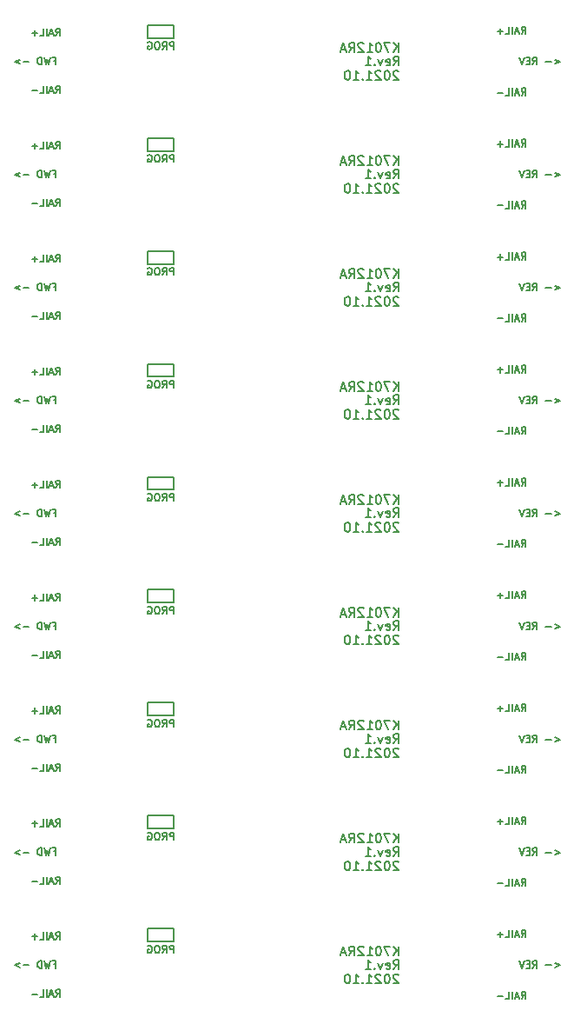
<source format=gbo>
%TF.GenerationSoftware,KiCad,Pcbnew,(5.1.9)-1*%
%TF.CreationDate,2021-10-10T13:17:48+09:00*%
%TF.ProjectId,K7012RA,4b373031-3252-4412-9e6b-696361645f70,rev?*%
%TF.SameCoordinates,PX6b49d20PY8b79910*%
%TF.FileFunction,Legend,Bot*%
%TF.FilePolarity,Positive*%
%FSLAX46Y46*%
G04 Gerber Fmt 4.6, Leading zero omitted, Abs format (unit mm)*
G04 Created by KiCad (PCBNEW (5.1.9)-1) date 2021-10-10 13:17:48*
%MOMM*%
%LPD*%
G01*
G04 APERTURE LIST*
%ADD10C,0.180000*%
%ADD11C,0.150000*%
%ADD12C,2.050000*%
G04 APERTURE END LIST*
D10*
X45192857Y4342858D02*
X45492857Y4771429D01*
X45707142Y4342858D02*
X45707142Y5242858D01*
X45364285Y5242858D01*
X45278571Y5200000D01*
X45235714Y5157143D01*
X45192857Y5071429D01*
X45192857Y4942858D01*
X45235714Y4857143D01*
X45278571Y4814286D01*
X45364285Y4771429D01*
X45707142Y4771429D01*
X44464285Y4385715D02*
X44550000Y4342858D01*
X44721428Y4342858D01*
X44807142Y4385715D01*
X44850000Y4471429D01*
X44850000Y4814286D01*
X44807142Y4900000D01*
X44721428Y4942858D01*
X44550000Y4942858D01*
X44464285Y4900000D01*
X44421428Y4814286D01*
X44421428Y4728572D01*
X44850000Y4642858D01*
X44121428Y4942858D02*
X43907142Y4342858D01*
X43692857Y4942858D01*
X43350000Y4428572D02*
X43307142Y4385715D01*
X43350000Y4342858D01*
X43392857Y4385715D01*
X43350000Y4428572D01*
X43350000Y4342858D01*
X42450000Y4342858D02*
X42964285Y4342858D01*
X42707142Y4342858D02*
X42707142Y5242858D01*
X42792857Y5114286D01*
X42878571Y5028572D01*
X42964285Y4985715D01*
X45192857Y15342858D02*
X45492857Y15771429D01*
X45707142Y15342858D02*
X45707142Y16242858D01*
X45364285Y16242858D01*
X45278571Y16200000D01*
X45235714Y16157143D01*
X45192857Y16071429D01*
X45192857Y15942858D01*
X45235714Y15857143D01*
X45278571Y15814286D01*
X45364285Y15771429D01*
X45707142Y15771429D01*
X44464285Y15385715D02*
X44550000Y15342858D01*
X44721428Y15342858D01*
X44807142Y15385715D01*
X44850000Y15471429D01*
X44850000Y15814286D01*
X44807142Y15900000D01*
X44721428Y15942858D01*
X44550000Y15942858D01*
X44464285Y15900000D01*
X44421428Y15814286D01*
X44421428Y15728572D01*
X44850000Y15642858D01*
X44121428Y15942858D02*
X43907142Y15342858D01*
X43692857Y15942858D01*
X43350000Y15428572D02*
X43307142Y15385715D01*
X43350000Y15342858D01*
X43392857Y15385715D01*
X43350000Y15428572D01*
X43350000Y15342858D01*
X42450000Y15342858D02*
X42964285Y15342858D01*
X42707142Y15342858D02*
X42707142Y16242858D01*
X42792857Y16114286D01*
X42878571Y16028572D01*
X42964285Y15985715D01*
X45192857Y26342858D02*
X45492857Y26771429D01*
X45707142Y26342858D02*
X45707142Y27242858D01*
X45364285Y27242858D01*
X45278571Y27200000D01*
X45235714Y27157143D01*
X45192857Y27071429D01*
X45192857Y26942858D01*
X45235714Y26857143D01*
X45278571Y26814286D01*
X45364285Y26771429D01*
X45707142Y26771429D01*
X44464285Y26385715D02*
X44550000Y26342858D01*
X44721428Y26342858D01*
X44807142Y26385715D01*
X44850000Y26471429D01*
X44850000Y26814286D01*
X44807142Y26900000D01*
X44721428Y26942858D01*
X44550000Y26942858D01*
X44464285Y26900000D01*
X44421428Y26814286D01*
X44421428Y26728572D01*
X44850000Y26642858D01*
X44121428Y26942858D02*
X43907142Y26342858D01*
X43692857Y26942858D01*
X43350000Y26428572D02*
X43307142Y26385715D01*
X43350000Y26342858D01*
X43392857Y26385715D01*
X43350000Y26428572D01*
X43350000Y26342858D01*
X42450000Y26342858D02*
X42964285Y26342858D01*
X42707142Y26342858D02*
X42707142Y27242858D01*
X42792857Y27114286D01*
X42878571Y27028572D01*
X42964285Y26985715D01*
X45192857Y37342858D02*
X45492857Y37771429D01*
X45707142Y37342858D02*
X45707142Y38242858D01*
X45364285Y38242858D01*
X45278571Y38200000D01*
X45235714Y38157143D01*
X45192857Y38071429D01*
X45192857Y37942858D01*
X45235714Y37857143D01*
X45278571Y37814286D01*
X45364285Y37771429D01*
X45707142Y37771429D01*
X44464285Y37385715D02*
X44550000Y37342858D01*
X44721428Y37342858D01*
X44807142Y37385715D01*
X44850000Y37471429D01*
X44850000Y37814286D01*
X44807142Y37900000D01*
X44721428Y37942858D01*
X44550000Y37942858D01*
X44464285Y37900000D01*
X44421428Y37814286D01*
X44421428Y37728572D01*
X44850000Y37642858D01*
X44121428Y37942858D02*
X43907142Y37342858D01*
X43692857Y37942858D01*
X43350000Y37428572D02*
X43307142Y37385715D01*
X43350000Y37342858D01*
X43392857Y37385715D01*
X43350000Y37428572D01*
X43350000Y37342858D01*
X42450000Y37342858D02*
X42964285Y37342858D01*
X42707142Y37342858D02*
X42707142Y38242858D01*
X42792857Y38114286D01*
X42878571Y38028572D01*
X42964285Y37985715D01*
X45192857Y48342858D02*
X45492857Y48771429D01*
X45707142Y48342858D02*
X45707142Y49242858D01*
X45364285Y49242858D01*
X45278571Y49200000D01*
X45235714Y49157143D01*
X45192857Y49071429D01*
X45192857Y48942858D01*
X45235714Y48857143D01*
X45278571Y48814286D01*
X45364285Y48771429D01*
X45707142Y48771429D01*
X44464285Y48385715D02*
X44550000Y48342858D01*
X44721428Y48342858D01*
X44807142Y48385715D01*
X44850000Y48471429D01*
X44850000Y48814286D01*
X44807142Y48900000D01*
X44721428Y48942858D01*
X44550000Y48942858D01*
X44464285Y48900000D01*
X44421428Y48814286D01*
X44421428Y48728572D01*
X44850000Y48642858D01*
X44121428Y48942858D02*
X43907142Y48342858D01*
X43692857Y48942858D01*
X43350000Y48428572D02*
X43307142Y48385715D01*
X43350000Y48342858D01*
X43392857Y48385715D01*
X43350000Y48428572D01*
X43350000Y48342858D01*
X42450000Y48342858D02*
X42964285Y48342858D01*
X42707142Y48342858D02*
X42707142Y49242858D01*
X42792857Y49114286D01*
X42878571Y49028572D01*
X42964285Y48985715D01*
X45192857Y59342858D02*
X45492857Y59771429D01*
X45707142Y59342858D02*
X45707142Y60242858D01*
X45364285Y60242858D01*
X45278571Y60200000D01*
X45235714Y60157143D01*
X45192857Y60071429D01*
X45192857Y59942858D01*
X45235714Y59857143D01*
X45278571Y59814286D01*
X45364285Y59771429D01*
X45707142Y59771429D01*
X44464285Y59385715D02*
X44550000Y59342858D01*
X44721428Y59342858D01*
X44807142Y59385715D01*
X44850000Y59471429D01*
X44850000Y59814286D01*
X44807142Y59900000D01*
X44721428Y59942858D01*
X44550000Y59942858D01*
X44464285Y59900000D01*
X44421428Y59814286D01*
X44421428Y59728572D01*
X44850000Y59642858D01*
X44121428Y59942858D02*
X43907142Y59342858D01*
X43692857Y59942858D01*
X43350000Y59428572D02*
X43307142Y59385715D01*
X43350000Y59342858D01*
X43392857Y59385715D01*
X43350000Y59428572D01*
X43350000Y59342858D01*
X42450000Y59342858D02*
X42964285Y59342858D01*
X42707142Y59342858D02*
X42707142Y60242858D01*
X42792857Y60114286D01*
X42878571Y60028572D01*
X42964285Y59985715D01*
X45192857Y70342858D02*
X45492857Y70771429D01*
X45707142Y70342858D02*
X45707142Y71242858D01*
X45364285Y71242858D01*
X45278571Y71200000D01*
X45235714Y71157143D01*
X45192857Y71071429D01*
X45192857Y70942858D01*
X45235714Y70857143D01*
X45278571Y70814286D01*
X45364285Y70771429D01*
X45707142Y70771429D01*
X44464285Y70385715D02*
X44550000Y70342858D01*
X44721428Y70342858D01*
X44807142Y70385715D01*
X44850000Y70471429D01*
X44850000Y70814286D01*
X44807142Y70900000D01*
X44721428Y70942858D01*
X44550000Y70942858D01*
X44464285Y70900000D01*
X44421428Y70814286D01*
X44421428Y70728572D01*
X44850000Y70642858D01*
X44121428Y70942858D02*
X43907142Y70342858D01*
X43692857Y70942858D01*
X43350000Y70428572D02*
X43307142Y70385715D01*
X43350000Y70342858D01*
X43392857Y70385715D01*
X43350000Y70428572D01*
X43350000Y70342858D01*
X42450000Y70342858D02*
X42964285Y70342858D01*
X42707142Y70342858D02*
X42707142Y71242858D01*
X42792857Y71114286D01*
X42878571Y71028572D01*
X42964285Y70985715D01*
X45192857Y81342858D02*
X45492857Y81771429D01*
X45707142Y81342858D02*
X45707142Y82242858D01*
X45364285Y82242858D01*
X45278571Y82200000D01*
X45235714Y82157143D01*
X45192857Y82071429D01*
X45192857Y81942858D01*
X45235714Y81857143D01*
X45278571Y81814286D01*
X45364285Y81771429D01*
X45707142Y81771429D01*
X44464285Y81385715D02*
X44550000Y81342858D01*
X44721428Y81342858D01*
X44807142Y81385715D01*
X44850000Y81471429D01*
X44850000Y81814286D01*
X44807142Y81900000D01*
X44721428Y81942858D01*
X44550000Y81942858D01*
X44464285Y81900000D01*
X44421428Y81814286D01*
X44421428Y81728572D01*
X44850000Y81642858D01*
X44121428Y81942858D02*
X43907142Y81342858D01*
X43692857Y81942858D01*
X43350000Y81428572D02*
X43307142Y81385715D01*
X43350000Y81342858D01*
X43392857Y81385715D01*
X43350000Y81428572D01*
X43350000Y81342858D01*
X42450000Y81342858D02*
X42964285Y81342858D01*
X42707142Y81342858D02*
X42707142Y82242858D01*
X42792857Y82114286D01*
X42878571Y82028572D01*
X42964285Y81985715D01*
X45685714Y5642858D02*
X45685714Y6542858D01*
X45171428Y5642858D02*
X45557142Y6157143D01*
X45171428Y6542858D02*
X45685714Y6028572D01*
X44871428Y6542858D02*
X44271428Y6542858D01*
X44657142Y5642858D01*
X43757142Y6542858D02*
X43671428Y6542858D01*
X43585714Y6500000D01*
X43542857Y6457143D01*
X43500000Y6371429D01*
X43457142Y6200000D01*
X43457142Y5985715D01*
X43500000Y5814286D01*
X43542857Y5728572D01*
X43585714Y5685715D01*
X43671428Y5642858D01*
X43757142Y5642858D01*
X43842857Y5685715D01*
X43885714Y5728572D01*
X43928571Y5814286D01*
X43971428Y5985715D01*
X43971428Y6200000D01*
X43928571Y6371429D01*
X43885714Y6457143D01*
X43842857Y6500000D01*
X43757142Y6542858D01*
X42600000Y5642858D02*
X43114285Y5642858D01*
X42857142Y5642858D02*
X42857142Y6542858D01*
X42942857Y6414286D01*
X43028571Y6328572D01*
X43114285Y6285715D01*
X42257142Y6457143D02*
X42214285Y6500000D01*
X42128571Y6542858D01*
X41914285Y6542858D01*
X41828571Y6500000D01*
X41785714Y6457143D01*
X41742857Y6371429D01*
X41742857Y6285715D01*
X41785714Y6157143D01*
X42300000Y5642858D01*
X41742857Y5642858D01*
X40842857Y5642858D02*
X41142857Y6071429D01*
X41357142Y5642858D02*
X41357142Y6542858D01*
X41014285Y6542858D01*
X40928571Y6500000D01*
X40885714Y6457143D01*
X40842857Y6371429D01*
X40842857Y6242858D01*
X40885714Y6157143D01*
X40928571Y6114286D01*
X41014285Y6071429D01*
X41357142Y6071429D01*
X40500000Y5900000D02*
X40071428Y5900000D01*
X40585714Y5642858D02*
X40285714Y6542858D01*
X39985714Y5642858D01*
X45685714Y16642858D02*
X45685714Y17542858D01*
X45171428Y16642858D02*
X45557142Y17157143D01*
X45171428Y17542858D02*
X45685714Y17028572D01*
X44871428Y17542858D02*
X44271428Y17542858D01*
X44657142Y16642858D01*
X43757142Y17542858D02*
X43671428Y17542858D01*
X43585714Y17500000D01*
X43542857Y17457143D01*
X43500000Y17371429D01*
X43457142Y17200000D01*
X43457142Y16985715D01*
X43500000Y16814286D01*
X43542857Y16728572D01*
X43585714Y16685715D01*
X43671428Y16642858D01*
X43757142Y16642858D01*
X43842857Y16685715D01*
X43885714Y16728572D01*
X43928571Y16814286D01*
X43971428Y16985715D01*
X43971428Y17200000D01*
X43928571Y17371429D01*
X43885714Y17457143D01*
X43842857Y17500000D01*
X43757142Y17542858D01*
X42600000Y16642858D02*
X43114285Y16642858D01*
X42857142Y16642858D02*
X42857142Y17542858D01*
X42942857Y17414286D01*
X43028571Y17328572D01*
X43114285Y17285715D01*
X42257142Y17457143D02*
X42214285Y17500000D01*
X42128571Y17542858D01*
X41914285Y17542858D01*
X41828571Y17500000D01*
X41785714Y17457143D01*
X41742857Y17371429D01*
X41742857Y17285715D01*
X41785714Y17157143D01*
X42300000Y16642858D01*
X41742857Y16642858D01*
X40842857Y16642858D02*
X41142857Y17071429D01*
X41357142Y16642858D02*
X41357142Y17542858D01*
X41014285Y17542858D01*
X40928571Y17500000D01*
X40885714Y17457143D01*
X40842857Y17371429D01*
X40842857Y17242858D01*
X40885714Y17157143D01*
X40928571Y17114286D01*
X41014285Y17071429D01*
X41357142Y17071429D01*
X40500000Y16900000D02*
X40071428Y16900000D01*
X40585714Y16642858D02*
X40285714Y17542858D01*
X39985714Y16642858D01*
X45685714Y27642858D02*
X45685714Y28542858D01*
X45171428Y27642858D02*
X45557142Y28157143D01*
X45171428Y28542858D02*
X45685714Y28028572D01*
X44871428Y28542858D02*
X44271428Y28542858D01*
X44657142Y27642858D01*
X43757142Y28542858D02*
X43671428Y28542858D01*
X43585714Y28500000D01*
X43542857Y28457143D01*
X43500000Y28371429D01*
X43457142Y28200000D01*
X43457142Y27985715D01*
X43500000Y27814286D01*
X43542857Y27728572D01*
X43585714Y27685715D01*
X43671428Y27642858D01*
X43757142Y27642858D01*
X43842857Y27685715D01*
X43885714Y27728572D01*
X43928571Y27814286D01*
X43971428Y27985715D01*
X43971428Y28200000D01*
X43928571Y28371429D01*
X43885714Y28457143D01*
X43842857Y28500000D01*
X43757142Y28542858D01*
X42600000Y27642858D02*
X43114285Y27642858D01*
X42857142Y27642858D02*
X42857142Y28542858D01*
X42942857Y28414286D01*
X43028571Y28328572D01*
X43114285Y28285715D01*
X42257142Y28457143D02*
X42214285Y28500000D01*
X42128571Y28542858D01*
X41914285Y28542858D01*
X41828571Y28500000D01*
X41785714Y28457143D01*
X41742857Y28371429D01*
X41742857Y28285715D01*
X41785714Y28157143D01*
X42300000Y27642858D01*
X41742857Y27642858D01*
X40842857Y27642858D02*
X41142857Y28071429D01*
X41357142Y27642858D02*
X41357142Y28542858D01*
X41014285Y28542858D01*
X40928571Y28500000D01*
X40885714Y28457143D01*
X40842857Y28371429D01*
X40842857Y28242858D01*
X40885714Y28157143D01*
X40928571Y28114286D01*
X41014285Y28071429D01*
X41357142Y28071429D01*
X40500000Y27900000D02*
X40071428Y27900000D01*
X40585714Y27642858D02*
X40285714Y28542858D01*
X39985714Y27642858D01*
X45685714Y38642858D02*
X45685714Y39542858D01*
X45171428Y38642858D02*
X45557142Y39157143D01*
X45171428Y39542858D02*
X45685714Y39028572D01*
X44871428Y39542858D02*
X44271428Y39542858D01*
X44657142Y38642858D01*
X43757142Y39542858D02*
X43671428Y39542858D01*
X43585714Y39500000D01*
X43542857Y39457143D01*
X43500000Y39371429D01*
X43457142Y39200000D01*
X43457142Y38985715D01*
X43500000Y38814286D01*
X43542857Y38728572D01*
X43585714Y38685715D01*
X43671428Y38642858D01*
X43757142Y38642858D01*
X43842857Y38685715D01*
X43885714Y38728572D01*
X43928571Y38814286D01*
X43971428Y38985715D01*
X43971428Y39200000D01*
X43928571Y39371429D01*
X43885714Y39457143D01*
X43842857Y39500000D01*
X43757142Y39542858D01*
X42600000Y38642858D02*
X43114285Y38642858D01*
X42857142Y38642858D02*
X42857142Y39542858D01*
X42942857Y39414286D01*
X43028571Y39328572D01*
X43114285Y39285715D01*
X42257142Y39457143D02*
X42214285Y39500000D01*
X42128571Y39542858D01*
X41914285Y39542858D01*
X41828571Y39500000D01*
X41785714Y39457143D01*
X41742857Y39371429D01*
X41742857Y39285715D01*
X41785714Y39157143D01*
X42300000Y38642858D01*
X41742857Y38642858D01*
X40842857Y38642858D02*
X41142857Y39071429D01*
X41357142Y38642858D02*
X41357142Y39542858D01*
X41014285Y39542858D01*
X40928571Y39500000D01*
X40885714Y39457143D01*
X40842857Y39371429D01*
X40842857Y39242858D01*
X40885714Y39157143D01*
X40928571Y39114286D01*
X41014285Y39071429D01*
X41357142Y39071429D01*
X40500000Y38900000D02*
X40071428Y38900000D01*
X40585714Y38642858D02*
X40285714Y39542858D01*
X39985714Y38642858D01*
X45685714Y49642858D02*
X45685714Y50542858D01*
X45171428Y49642858D02*
X45557142Y50157143D01*
X45171428Y50542858D02*
X45685714Y50028572D01*
X44871428Y50542858D02*
X44271428Y50542858D01*
X44657142Y49642858D01*
X43757142Y50542858D02*
X43671428Y50542858D01*
X43585714Y50500000D01*
X43542857Y50457143D01*
X43500000Y50371429D01*
X43457142Y50200000D01*
X43457142Y49985715D01*
X43500000Y49814286D01*
X43542857Y49728572D01*
X43585714Y49685715D01*
X43671428Y49642858D01*
X43757142Y49642858D01*
X43842857Y49685715D01*
X43885714Y49728572D01*
X43928571Y49814286D01*
X43971428Y49985715D01*
X43971428Y50200000D01*
X43928571Y50371429D01*
X43885714Y50457143D01*
X43842857Y50500000D01*
X43757142Y50542858D01*
X42600000Y49642858D02*
X43114285Y49642858D01*
X42857142Y49642858D02*
X42857142Y50542858D01*
X42942857Y50414286D01*
X43028571Y50328572D01*
X43114285Y50285715D01*
X42257142Y50457143D02*
X42214285Y50500000D01*
X42128571Y50542858D01*
X41914285Y50542858D01*
X41828571Y50500000D01*
X41785714Y50457143D01*
X41742857Y50371429D01*
X41742857Y50285715D01*
X41785714Y50157143D01*
X42300000Y49642858D01*
X41742857Y49642858D01*
X40842857Y49642858D02*
X41142857Y50071429D01*
X41357142Y49642858D02*
X41357142Y50542858D01*
X41014285Y50542858D01*
X40928571Y50500000D01*
X40885714Y50457143D01*
X40842857Y50371429D01*
X40842857Y50242858D01*
X40885714Y50157143D01*
X40928571Y50114286D01*
X41014285Y50071429D01*
X41357142Y50071429D01*
X40500000Y49900000D02*
X40071428Y49900000D01*
X40585714Y49642858D02*
X40285714Y50542858D01*
X39985714Y49642858D01*
X45685714Y60642858D02*
X45685714Y61542858D01*
X45171428Y60642858D02*
X45557142Y61157143D01*
X45171428Y61542858D02*
X45685714Y61028572D01*
X44871428Y61542858D02*
X44271428Y61542858D01*
X44657142Y60642858D01*
X43757142Y61542858D02*
X43671428Y61542858D01*
X43585714Y61500000D01*
X43542857Y61457143D01*
X43500000Y61371429D01*
X43457142Y61200000D01*
X43457142Y60985715D01*
X43500000Y60814286D01*
X43542857Y60728572D01*
X43585714Y60685715D01*
X43671428Y60642858D01*
X43757142Y60642858D01*
X43842857Y60685715D01*
X43885714Y60728572D01*
X43928571Y60814286D01*
X43971428Y60985715D01*
X43971428Y61200000D01*
X43928571Y61371429D01*
X43885714Y61457143D01*
X43842857Y61500000D01*
X43757142Y61542858D01*
X42600000Y60642858D02*
X43114285Y60642858D01*
X42857142Y60642858D02*
X42857142Y61542858D01*
X42942857Y61414286D01*
X43028571Y61328572D01*
X43114285Y61285715D01*
X42257142Y61457143D02*
X42214285Y61500000D01*
X42128571Y61542858D01*
X41914285Y61542858D01*
X41828571Y61500000D01*
X41785714Y61457143D01*
X41742857Y61371429D01*
X41742857Y61285715D01*
X41785714Y61157143D01*
X42300000Y60642858D01*
X41742857Y60642858D01*
X40842857Y60642858D02*
X41142857Y61071429D01*
X41357142Y60642858D02*
X41357142Y61542858D01*
X41014285Y61542858D01*
X40928571Y61500000D01*
X40885714Y61457143D01*
X40842857Y61371429D01*
X40842857Y61242858D01*
X40885714Y61157143D01*
X40928571Y61114286D01*
X41014285Y61071429D01*
X41357142Y61071429D01*
X40500000Y60900000D02*
X40071428Y60900000D01*
X40585714Y60642858D02*
X40285714Y61542858D01*
X39985714Y60642858D01*
X45685714Y71642858D02*
X45685714Y72542858D01*
X45171428Y71642858D02*
X45557142Y72157143D01*
X45171428Y72542858D02*
X45685714Y72028572D01*
X44871428Y72542858D02*
X44271428Y72542858D01*
X44657142Y71642858D01*
X43757142Y72542858D02*
X43671428Y72542858D01*
X43585714Y72500000D01*
X43542857Y72457143D01*
X43500000Y72371429D01*
X43457142Y72200000D01*
X43457142Y71985715D01*
X43500000Y71814286D01*
X43542857Y71728572D01*
X43585714Y71685715D01*
X43671428Y71642858D01*
X43757142Y71642858D01*
X43842857Y71685715D01*
X43885714Y71728572D01*
X43928571Y71814286D01*
X43971428Y71985715D01*
X43971428Y72200000D01*
X43928571Y72371429D01*
X43885714Y72457143D01*
X43842857Y72500000D01*
X43757142Y72542858D01*
X42600000Y71642858D02*
X43114285Y71642858D01*
X42857142Y71642858D02*
X42857142Y72542858D01*
X42942857Y72414286D01*
X43028571Y72328572D01*
X43114285Y72285715D01*
X42257142Y72457143D02*
X42214285Y72500000D01*
X42128571Y72542858D01*
X41914285Y72542858D01*
X41828571Y72500000D01*
X41785714Y72457143D01*
X41742857Y72371429D01*
X41742857Y72285715D01*
X41785714Y72157143D01*
X42300000Y71642858D01*
X41742857Y71642858D01*
X40842857Y71642858D02*
X41142857Y72071429D01*
X41357142Y71642858D02*
X41357142Y72542858D01*
X41014285Y72542858D01*
X40928571Y72500000D01*
X40885714Y72457143D01*
X40842857Y72371429D01*
X40842857Y72242858D01*
X40885714Y72157143D01*
X40928571Y72114286D01*
X41014285Y72071429D01*
X41357142Y72071429D01*
X40500000Y71900000D02*
X40071428Y71900000D01*
X40585714Y71642858D02*
X40285714Y72542858D01*
X39985714Y71642858D01*
X45685714Y82642858D02*
X45685714Y83542858D01*
X45171428Y82642858D02*
X45557142Y83157143D01*
X45171428Y83542858D02*
X45685714Y83028572D01*
X44871428Y83542858D02*
X44271428Y83542858D01*
X44657142Y82642858D01*
X43757142Y83542858D02*
X43671428Y83542858D01*
X43585714Y83500000D01*
X43542857Y83457143D01*
X43500000Y83371429D01*
X43457142Y83200000D01*
X43457142Y82985715D01*
X43500000Y82814286D01*
X43542857Y82728572D01*
X43585714Y82685715D01*
X43671428Y82642858D01*
X43757142Y82642858D01*
X43842857Y82685715D01*
X43885714Y82728572D01*
X43928571Y82814286D01*
X43971428Y82985715D01*
X43971428Y83200000D01*
X43928571Y83371429D01*
X43885714Y83457143D01*
X43842857Y83500000D01*
X43757142Y83542858D01*
X42600000Y82642858D02*
X43114285Y82642858D01*
X42857142Y82642858D02*
X42857142Y83542858D01*
X42942857Y83414286D01*
X43028571Y83328572D01*
X43114285Y83285715D01*
X42257142Y83457143D02*
X42214285Y83500000D01*
X42128571Y83542858D01*
X41914285Y83542858D01*
X41828571Y83500000D01*
X41785714Y83457143D01*
X41742857Y83371429D01*
X41742857Y83285715D01*
X41785714Y83157143D01*
X42300000Y82642858D01*
X41742857Y82642858D01*
X40842857Y82642858D02*
X41142857Y83071429D01*
X41357142Y82642858D02*
X41357142Y83542858D01*
X41014285Y83542858D01*
X40928571Y83500000D01*
X40885714Y83457143D01*
X40842857Y83371429D01*
X40842857Y83242858D01*
X40885714Y83157143D01*
X40928571Y83114286D01*
X41014285Y83071429D01*
X41357142Y83071429D01*
X40500000Y82900000D02*
X40071428Y82900000D01*
X40585714Y82642858D02*
X40285714Y83542858D01*
X39985714Y82642858D01*
D11*
X12266666Y1633334D02*
X12500000Y1966667D01*
X12666666Y1633334D02*
X12666666Y2333334D01*
X12400000Y2333334D01*
X12333333Y2300000D01*
X12300000Y2266667D01*
X12266666Y2200000D01*
X12266666Y2100000D01*
X12300000Y2033334D01*
X12333333Y2000000D01*
X12400000Y1966667D01*
X12666666Y1966667D01*
X12000000Y1833334D02*
X11666666Y1833334D01*
X12066666Y1633334D02*
X11833333Y2333334D01*
X11600000Y1633334D01*
X11366666Y1633334D02*
X11366666Y2333334D01*
X10700000Y1633334D02*
X11033333Y1633334D01*
X11033333Y2333334D01*
X10466666Y1900000D02*
X9933333Y1900000D01*
X12266666Y12633334D02*
X12500000Y12966667D01*
X12666666Y12633334D02*
X12666666Y13333334D01*
X12400000Y13333334D01*
X12333333Y13300000D01*
X12300000Y13266667D01*
X12266666Y13200000D01*
X12266666Y13100000D01*
X12300000Y13033334D01*
X12333333Y13000000D01*
X12400000Y12966667D01*
X12666666Y12966667D01*
X12000000Y12833334D02*
X11666666Y12833334D01*
X12066666Y12633334D02*
X11833333Y13333334D01*
X11600000Y12633334D01*
X11366666Y12633334D02*
X11366666Y13333334D01*
X10700000Y12633334D02*
X11033333Y12633334D01*
X11033333Y13333334D01*
X10466666Y12900000D02*
X9933333Y12900000D01*
X12266666Y23633334D02*
X12500000Y23966667D01*
X12666666Y23633334D02*
X12666666Y24333334D01*
X12400000Y24333334D01*
X12333333Y24300000D01*
X12300000Y24266667D01*
X12266666Y24200000D01*
X12266666Y24100000D01*
X12300000Y24033334D01*
X12333333Y24000000D01*
X12400000Y23966667D01*
X12666666Y23966667D01*
X12000000Y23833334D02*
X11666666Y23833334D01*
X12066666Y23633334D02*
X11833333Y24333334D01*
X11600000Y23633334D01*
X11366666Y23633334D02*
X11366666Y24333334D01*
X10700000Y23633334D02*
X11033333Y23633334D01*
X11033333Y24333334D01*
X10466666Y23900000D02*
X9933333Y23900000D01*
X12266666Y34633334D02*
X12500000Y34966667D01*
X12666666Y34633334D02*
X12666666Y35333334D01*
X12400000Y35333334D01*
X12333333Y35300000D01*
X12300000Y35266667D01*
X12266666Y35200000D01*
X12266666Y35100000D01*
X12300000Y35033334D01*
X12333333Y35000000D01*
X12400000Y34966667D01*
X12666666Y34966667D01*
X12000000Y34833334D02*
X11666666Y34833334D01*
X12066666Y34633334D02*
X11833333Y35333334D01*
X11600000Y34633334D01*
X11366666Y34633334D02*
X11366666Y35333334D01*
X10700000Y34633334D02*
X11033333Y34633334D01*
X11033333Y35333334D01*
X10466666Y34900000D02*
X9933333Y34900000D01*
X12266666Y45633334D02*
X12500000Y45966667D01*
X12666666Y45633334D02*
X12666666Y46333334D01*
X12400000Y46333334D01*
X12333333Y46300000D01*
X12300000Y46266667D01*
X12266666Y46200000D01*
X12266666Y46100000D01*
X12300000Y46033334D01*
X12333333Y46000000D01*
X12400000Y45966667D01*
X12666666Y45966667D01*
X12000000Y45833334D02*
X11666666Y45833334D01*
X12066666Y45633334D02*
X11833333Y46333334D01*
X11600000Y45633334D01*
X11366666Y45633334D02*
X11366666Y46333334D01*
X10700000Y45633334D02*
X11033333Y45633334D01*
X11033333Y46333334D01*
X10466666Y45900000D02*
X9933333Y45900000D01*
X12266666Y56633334D02*
X12500000Y56966667D01*
X12666666Y56633334D02*
X12666666Y57333334D01*
X12400000Y57333334D01*
X12333333Y57300000D01*
X12300000Y57266667D01*
X12266666Y57200000D01*
X12266666Y57100000D01*
X12300000Y57033334D01*
X12333333Y57000000D01*
X12400000Y56966667D01*
X12666666Y56966667D01*
X12000000Y56833334D02*
X11666666Y56833334D01*
X12066666Y56633334D02*
X11833333Y57333334D01*
X11600000Y56633334D01*
X11366666Y56633334D02*
X11366666Y57333334D01*
X10700000Y56633334D02*
X11033333Y56633334D01*
X11033333Y57333334D01*
X10466666Y56900000D02*
X9933333Y56900000D01*
X12266666Y67633334D02*
X12500000Y67966667D01*
X12666666Y67633334D02*
X12666666Y68333334D01*
X12400000Y68333334D01*
X12333333Y68300000D01*
X12300000Y68266667D01*
X12266666Y68200000D01*
X12266666Y68100000D01*
X12300000Y68033334D01*
X12333333Y68000000D01*
X12400000Y67966667D01*
X12666666Y67966667D01*
X12000000Y67833334D02*
X11666666Y67833334D01*
X12066666Y67633334D02*
X11833333Y68333334D01*
X11600000Y67633334D01*
X11366666Y67633334D02*
X11366666Y68333334D01*
X10700000Y67633334D02*
X11033333Y67633334D01*
X11033333Y68333334D01*
X10466666Y67900000D02*
X9933333Y67900000D01*
X12266666Y78633334D02*
X12500000Y78966667D01*
X12666666Y78633334D02*
X12666666Y79333334D01*
X12400000Y79333334D01*
X12333333Y79300000D01*
X12300000Y79266667D01*
X12266666Y79200000D01*
X12266666Y79100000D01*
X12300000Y79033334D01*
X12333333Y79000000D01*
X12400000Y78966667D01*
X12666666Y78966667D01*
X12000000Y78833334D02*
X11666666Y78833334D01*
X12066666Y78633334D02*
X11833333Y79333334D01*
X11600000Y78633334D01*
X11366666Y78633334D02*
X11366666Y79333334D01*
X10700000Y78633334D02*
X11033333Y78633334D01*
X11033333Y79333334D01*
X10466666Y78900000D02*
X9933333Y78900000D01*
X57666666Y1433334D02*
X57900000Y1766667D01*
X58066666Y1433334D02*
X58066666Y2133334D01*
X57800000Y2133334D01*
X57733333Y2100000D01*
X57700000Y2066667D01*
X57666666Y2000000D01*
X57666666Y1900000D01*
X57700000Y1833334D01*
X57733333Y1800000D01*
X57800000Y1766667D01*
X58066666Y1766667D01*
X57400000Y1633334D02*
X57066666Y1633334D01*
X57466666Y1433334D02*
X57233333Y2133334D01*
X57000000Y1433334D01*
X56766666Y1433334D02*
X56766666Y2133334D01*
X56100000Y1433334D02*
X56433333Y1433334D01*
X56433333Y2133334D01*
X55866666Y1700000D02*
X55333333Y1700000D01*
X57666666Y12433334D02*
X57900000Y12766667D01*
X58066666Y12433334D02*
X58066666Y13133334D01*
X57800000Y13133334D01*
X57733333Y13100000D01*
X57700000Y13066667D01*
X57666666Y13000000D01*
X57666666Y12900000D01*
X57700000Y12833334D01*
X57733333Y12800000D01*
X57800000Y12766667D01*
X58066666Y12766667D01*
X57400000Y12633334D02*
X57066666Y12633334D01*
X57466666Y12433334D02*
X57233333Y13133334D01*
X57000000Y12433334D01*
X56766666Y12433334D02*
X56766666Y13133334D01*
X56100000Y12433334D02*
X56433333Y12433334D01*
X56433333Y13133334D01*
X55866666Y12700000D02*
X55333333Y12700000D01*
X57666666Y23433334D02*
X57900000Y23766667D01*
X58066666Y23433334D02*
X58066666Y24133334D01*
X57800000Y24133334D01*
X57733333Y24100000D01*
X57700000Y24066667D01*
X57666666Y24000000D01*
X57666666Y23900000D01*
X57700000Y23833334D01*
X57733333Y23800000D01*
X57800000Y23766667D01*
X58066666Y23766667D01*
X57400000Y23633334D02*
X57066666Y23633334D01*
X57466666Y23433334D02*
X57233333Y24133334D01*
X57000000Y23433334D01*
X56766666Y23433334D02*
X56766666Y24133334D01*
X56100000Y23433334D02*
X56433333Y23433334D01*
X56433333Y24133334D01*
X55866666Y23700000D02*
X55333333Y23700000D01*
X57666666Y34433334D02*
X57900000Y34766667D01*
X58066666Y34433334D02*
X58066666Y35133334D01*
X57800000Y35133334D01*
X57733333Y35100000D01*
X57700000Y35066667D01*
X57666666Y35000000D01*
X57666666Y34900000D01*
X57700000Y34833334D01*
X57733333Y34800000D01*
X57800000Y34766667D01*
X58066666Y34766667D01*
X57400000Y34633334D02*
X57066666Y34633334D01*
X57466666Y34433334D02*
X57233333Y35133334D01*
X57000000Y34433334D01*
X56766666Y34433334D02*
X56766666Y35133334D01*
X56100000Y34433334D02*
X56433333Y34433334D01*
X56433333Y35133334D01*
X55866666Y34700000D02*
X55333333Y34700000D01*
X57666666Y45433334D02*
X57900000Y45766667D01*
X58066666Y45433334D02*
X58066666Y46133334D01*
X57800000Y46133334D01*
X57733333Y46100000D01*
X57700000Y46066667D01*
X57666666Y46000000D01*
X57666666Y45900000D01*
X57700000Y45833334D01*
X57733333Y45800000D01*
X57800000Y45766667D01*
X58066666Y45766667D01*
X57400000Y45633334D02*
X57066666Y45633334D01*
X57466666Y45433334D02*
X57233333Y46133334D01*
X57000000Y45433334D01*
X56766666Y45433334D02*
X56766666Y46133334D01*
X56100000Y45433334D02*
X56433333Y45433334D01*
X56433333Y46133334D01*
X55866666Y45700000D02*
X55333333Y45700000D01*
X57666666Y56433334D02*
X57900000Y56766667D01*
X58066666Y56433334D02*
X58066666Y57133334D01*
X57800000Y57133334D01*
X57733333Y57100000D01*
X57700000Y57066667D01*
X57666666Y57000000D01*
X57666666Y56900000D01*
X57700000Y56833334D01*
X57733333Y56800000D01*
X57800000Y56766667D01*
X58066666Y56766667D01*
X57400000Y56633334D02*
X57066666Y56633334D01*
X57466666Y56433334D02*
X57233333Y57133334D01*
X57000000Y56433334D01*
X56766666Y56433334D02*
X56766666Y57133334D01*
X56100000Y56433334D02*
X56433333Y56433334D01*
X56433333Y57133334D01*
X55866666Y56700000D02*
X55333333Y56700000D01*
X57666666Y67433334D02*
X57900000Y67766667D01*
X58066666Y67433334D02*
X58066666Y68133334D01*
X57800000Y68133334D01*
X57733333Y68100000D01*
X57700000Y68066667D01*
X57666666Y68000000D01*
X57666666Y67900000D01*
X57700000Y67833334D01*
X57733333Y67800000D01*
X57800000Y67766667D01*
X58066666Y67766667D01*
X57400000Y67633334D02*
X57066666Y67633334D01*
X57466666Y67433334D02*
X57233333Y68133334D01*
X57000000Y67433334D01*
X56766666Y67433334D02*
X56766666Y68133334D01*
X56100000Y67433334D02*
X56433333Y67433334D01*
X56433333Y68133334D01*
X55866666Y67700000D02*
X55333333Y67700000D01*
X57666666Y78433334D02*
X57900000Y78766667D01*
X58066666Y78433334D02*
X58066666Y79133334D01*
X57800000Y79133334D01*
X57733333Y79100000D01*
X57700000Y79066667D01*
X57666666Y79000000D01*
X57666666Y78900000D01*
X57700000Y78833334D01*
X57733333Y78800000D01*
X57800000Y78766667D01*
X58066666Y78766667D01*
X57400000Y78633334D02*
X57066666Y78633334D01*
X57466666Y78433334D02*
X57233333Y79133334D01*
X57000000Y78433334D01*
X56766666Y78433334D02*
X56766666Y79133334D01*
X56100000Y78433334D02*
X56433333Y78433334D01*
X56433333Y79133334D01*
X55866666Y78700000D02*
X55333333Y78700000D01*
X12033333Y4800000D02*
X12266666Y4800000D01*
X12266666Y4433334D02*
X12266666Y5133334D01*
X11933333Y5133334D01*
X11733333Y5133334D02*
X11566666Y4433334D01*
X11433333Y4933334D01*
X11300000Y4433334D01*
X11133333Y5133334D01*
X10866666Y4433334D02*
X10866666Y5133334D01*
X10700000Y5133334D01*
X10600000Y5100000D01*
X10533333Y5033334D01*
X10500000Y4966667D01*
X10466666Y4833334D01*
X10466666Y4733334D01*
X10500000Y4600000D01*
X10533333Y4533334D01*
X10600000Y4466667D01*
X10700000Y4433334D01*
X10866666Y4433334D01*
X9633333Y4700000D02*
X9100000Y4700000D01*
X8766666Y4900000D02*
X8233333Y4700000D01*
X8766666Y4500000D01*
X12033333Y15800000D02*
X12266666Y15800000D01*
X12266666Y15433334D02*
X12266666Y16133334D01*
X11933333Y16133334D01*
X11733333Y16133334D02*
X11566666Y15433334D01*
X11433333Y15933334D01*
X11300000Y15433334D01*
X11133333Y16133334D01*
X10866666Y15433334D02*
X10866666Y16133334D01*
X10700000Y16133334D01*
X10600000Y16100000D01*
X10533333Y16033334D01*
X10500000Y15966667D01*
X10466666Y15833334D01*
X10466666Y15733334D01*
X10500000Y15600000D01*
X10533333Y15533334D01*
X10600000Y15466667D01*
X10700000Y15433334D01*
X10866666Y15433334D01*
X9633333Y15700000D02*
X9100000Y15700000D01*
X8766666Y15900000D02*
X8233333Y15700000D01*
X8766666Y15500000D01*
X12033333Y26800000D02*
X12266666Y26800000D01*
X12266666Y26433334D02*
X12266666Y27133334D01*
X11933333Y27133334D01*
X11733333Y27133334D02*
X11566666Y26433334D01*
X11433333Y26933334D01*
X11300000Y26433334D01*
X11133333Y27133334D01*
X10866666Y26433334D02*
X10866666Y27133334D01*
X10700000Y27133334D01*
X10600000Y27100000D01*
X10533333Y27033334D01*
X10500000Y26966667D01*
X10466666Y26833334D01*
X10466666Y26733334D01*
X10500000Y26600000D01*
X10533333Y26533334D01*
X10600000Y26466667D01*
X10700000Y26433334D01*
X10866666Y26433334D01*
X9633333Y26700000D02*
X9100000Y26700000D01*
X8766666Y26900000D02*
X8233333Y26700000D01*
X8766666Y26500000D01*
X12033333Y37800000D02*
X12266666Y37800000D01*
X12266666Y37433334D02*
X12266666Y38133334D01*
X11933333Y38133334D01*
X11733333Y38133334D02*
X11566666Y37433334D01*
X11433333Y37933334D01*
X11300000Y37433334D01*
X11133333Y38133334D01*
X10866666Y37433334D02*
X10866666Y38133334D01*
X10700000Y38133334D01*
X10600000Y38100000D01*
X10533333Y38033334D01*
X10500000Y37966667D01*
X10466666Y37833334D01*
X10466666Y37733334D01*
X10500000Y37600000D01*
X10533333Y37533334D01*
X10600000Y37466667D01*
X10700000Y37433334D01*
X10866666Y37433334D01*
X9633333Y37700000D02*
X9100000Y37700000D01*
X8766666Y37900000D02*
X8233333Y37700000D01*
X8766666Y37500000D01*
X12033333Y48800000D02*
X12266666Y48800000D01*
X12266666Y48433334D02*
X12266666Y49133334D01*
X11933333Y49133334D01*
X11733333Y49133334D02*
X11566666Y48433334D01*
X11433333Y48933334D01*
X11300000Y48433334D01*
X11133333Y49133334D01*
X10866666Y48433334D02*
X10866666Y49133334D01*
X10700000Y49133334D01*
X10600000Y49100000D01*
X10533333Y49033334D01*
X10500000Y48966667D01*
X10466666Y48833334D01*
X10466666Y48733334D01*
X10500000Y48600000D01*
X10533333Y48533334D01*
X10600000Y48466667D01*
X10700000Y48433334D01*
X10866666Y48433334D01*
X9633333Y48700000D02*
X9100000Y48700000D01*
X8766666Y48900000D02*
X8233333Y48700000D01*
X8766666Y48500000D01*
X12033333Y59800000D02*
X12266666Y59800000D01*
X12266666Y59433334D02*
X12266666Y60133334D01*
X11933333Y60133334D01*
X11733333Y60133334D02*
X11566666Y59433334D01*
X11433333Y59933334D01*
X11300000Y59433334D01*
X11133333Y60133334D01*
X10866666Y59433334D02*
X10866666Y60133334D01*
X10700000Y60133334D01*
X10600000Y60100000D01*
X10533333Y60033334D01*
X10500000Y59966667D01*
X10466666Y59833334D01*
X10466666Y59733334D01*
X10500000Y59600000D01*
X10533333Y59533334D01*
X10600000Y59466667D01*
X10700000Y59433334D01*
X10866666Y59433334D01*
X9633333Y59700000D02*
X9100000Y59700000D01*
X8766666Y59900000D02*
X8233333Y59700000D01*
X8766666Y59500000D01*
X12033333Y70800000D02*
X12266666Y70800000D01*
X12266666Y70433334D02*
X12266666Y71133334D01*
X11933333Y71133334D01*
X11733333Y71133334D02*
X11566666Y70433334D01*
X11433333Y70933334D01*
X11300000Y70433334D01*
X11133333Y71133334D01*
X10866666Y70433334D02*
X10866666Y71133334D01*
X10700000Y71133334D01*
X10600000Y71100000D01*
X10533333Y71033334D01*
X10500000Y70966667D01*
X10466666Y70833334D01*
X10466666Y70733334D01*
X10500000Y70600000D01*
X10533333Y70533334D01*
X10600000Y70466667D01*
X10700000Y70433334D01*
X10866666Y70433334D01*
X9633333Y70700000D02*
X9100000Y70700000D01*
X8766666Y70900000D02*
X8233333Y70700000D01*
X8766666Y70500000D01*
X12033333Y81800000D02*
X12266666Y81800000D01*
X12266666Y81433334D02*
X12266666Y82133334D01*
X11933333Y82133334D01*
X11733333Y82133334D02*
X11566666Y81433334D01*
X11433333Y81933334D01*
X11300000Y81433334D01*
X11133333Y82133334D01*
X10866666Y81433334D02*
X10866666Y82133334D01*
X10700000Y82133334D01*
X10600000Y82100000D01*
X10533333Y82033334D01*
X10500000Y81966667D01*
X10466666Y81833334D01*
X10466666Y81733334D01*
X10500000Y81600000D01*
X10533333Y81533334D01*
X10600000Y81466667D01*
X10700000Y81433334D01*
X10866666Y81433334D01*
X9633333Y81700000D02*
X9100000Y81700000D01*
X8766666Y81900000D02*
X8233333Y81700000D01*
X8766666Y81500000D01*
X12266666Y7233334D02*
X12500000Y7566667D01*
X12666666Y7233334D02*
X12666666Y7933334D01*
X12400000Y7933334D01*
X12333333Y7900000D01*
X12300000Y7866667D01*
X12266666Y7800000D01*
X12266666Y7700000D01*
X12300000Y7633334D01*
X12333333Y7600000D01*
X12400000Y7566667D01*
X12666666Y7566667D01*
X12000000Y7433334D02*
X11666666Y7433334D01*
X12066666Y7233334D02*
X11833333Y7933334D01*
X11600000Y7233334D01*
X11366666Y7233334D02*
X11366666Y7933334D01*
X10700000Y7233334D02*
X11033333Y7233334D01*
X11033333Y7933334D01*
X10466666Y7500000D02*
X9933333Y7500000D01*
X10200000Y7233334D02*
X10200000Y7766667D01*
X12266666Y18233334D02*
X12500000Y18566667D01*
X12666666Y18233334D02*
X12666666Y18933334D01*
X12400000Y18933334D01*
X12333333Y18900000D01*
X12300000Y18866667D01*
X12266666Y18800000D01*
X12266666Y18700000D01*
X12300000Y18633334D01*
X12333333Y18600000D01*
X12400000Y18566667D01*
X12666666Y18566667D01*
X12000000Y18433334D02*
X11666666Y18433334D01*
X12066666Y18233334D02*
X11833333Y18933334D01*
X11600000Y18233334D01*
X11366666Y18233334D02*
X11366666Y18933334D01*
X10700000Y18233334D02*
X11033333Y18233334D01*
X11033333Y18933334D01*
X10466666Y18500000D02*
X9933333Y18500000D01*
X10200000Y18233334D02*
X10200000Y18766667D01*
X12266666Y29233334D02*
X12500000Y29566667D01*
X12666666Y29233334D02*
X12666666Y29933334D01*
X12400000Y29933334D01*
X12333333Y29900000D01*
X12300000Y29866667D01*
X12266666Y29800000D01*
X12266666Y29700000D01*
X12300000Y29633334D01*
X12333333Y29600000D01*
X12400000Y29566667D01*
X12666666Y29566667D01*
X12000000Y29433334D02*
X11666666Y29433334D01*
X12066666Y29233334D02*
X11833333Y29933334D01*
X11600000Y29233334D01*
X11366666Y29233334D02*
X11366666Y29933334D01*
X10700000Y29233334D02*
X11033333Y29233334D01*
X11033333Y29933334D01*
X10466666Y29500000D02*
X9933333Y29500000D01*
X10200000Y29233334D02*
X10200000Y29766667D01*
X12266666Y40233334D02*
X12500000Y40566667D01*
X12666666Y40233334D02*
X12666666Y40933334D01*
X12400000Y40933334D01*
X12333333Y40900000D01*
X12300000Y40866667D01*
X12266666Y40800000D01*
X12266666Y40700000D01*
X12300000Y40633334D01*
X12333333Y40600000D01*
X12400000Y40566667D01*
X12666666Y40566667D01*
X12000000Y40433334D02*
X11666666Y40433334D01*
X12066666Y40233334D02*
X11833333Y40933334D01*
X11600000Y40233334D01*
X11366666Y40233334D02*
X11366666Y40933334D01*
X10700000Y40233334D02*
X11033333Y40233334D01*
X11033333Y40933334D01*
X10466666Y40500000D02*
X9933333Y40500000D01*
X10200000Y40233334D02*
X10200000Y40766667D01*
X12266666Y51233334D02*
X12500000Y51566667D01*
X12666666Y51233334D02*
X12666666Y51933334D01*
X12400000Y51933334D01*
X12333333Y51900000D01*
X12300000Y51866667D01*
X12266666Y51800000D01*
X12266666Y51700000D01*
X12300000Y51633334D01*
X12333333Y51600000D01*
X12400000Y51566667D01*
X12666666Y51566667D01*
X12000000Y51433334D02*
X11666666Y51433334D01*
X12066666Y51233334D02*
X11833333Y51933334D01*
X11600000Y51233334D01*
X11366666Y51233334D02*
X11366666Y51933334D01*
X10700000Y51233334D02*
X11033333Y51233334D01*
X11033333Y51933334D01*
X10466666Y51500000D02*
X9933333Y51500000D01*
X10200000Y51233334D02*
X10200000Y51766667D01*
X12266666Y62233334D02*
X12500000Y62566667D01*
X12666666Y62233334D02*
X12666666Y62933334D01*
X12400000Y62933334D01*
X12333333Y62900000D01*
X12300000Y62866667D01*
X12266666Y62800000D01*
X12266666Y62700000D01*
X12300000Y62633334D01*
X12333333Y62600000D01*
X12400000Y62566667D01*
X12666666Y62566667D01*
X12000000Y62433334D02*
X11666666Y62433334D01*
X12066666Y62233334D02*
X11833333Y62933334D01*
X11600000Y62233334D01*
X11366666Y62233334D02*
X11366666Y62933334D01*
X10700000Y62233334D02*
X11033333Y62233334D01*
X11033333Y62933334D01*
X10466666Y62500000D02*
X9933333Y62500000D01*
X10200000Y62233334D02*
X10200000Y62766667D01*
X12266666Y73233334D02*
X12500000Y73566667D01*
X12666666Y73233334D02*
X12666666Y73933334D01*
X12400000Y73933334D01*
X12333333Y73900000D01*
X12300000Y73866667D01*
X12266666Y73800000D01*
X12266666Y73700000D01*
X12300000Y73633334D01*
X12333333Y73600000D01*
X12400000Y73566667D01*
X12666666Y73566667D01*
X12000000Y73433334D02*
X11666666Y73433334D01*
X12066666Y73233334D02*
X11833333Y73933334D01*
X11600000Y73233334D01*
X11366666Y73233334D02*
X11366666Y73933334D01*
X10700000Y73233334D02*
X11033333Y73233334D01*
X11033333Y73933334D01*
X10466666Y73500000D02*
X9933333Y73500000D01*
X10200000Y73233334D02*
X10200000Y73766667D01*
X12266666Y84233334D02*
X12500000Y84566667D01*
X12666666Y84233334D02*
X12666666Y84933334D01*
X12400000Y84933334D01*
X12333333Y84900000D01*
X12300000Y84866667D01*
X12266666Y84800000D01*
X12266666Y84700000D01*
X12300000Y84633334D01*
X12333333Y84600000D01*
X12400000Y84566667D01*
X12666666Y84566667D01*
X12000000Y84433334D02*
X11666666Y84433334D01*
X12066666Y84233334D02*
X11833333Y84933334D01*
X11600000Y84233334D01*
X11366666Y84233334D02*
X11366666Y84933334D01*
X10700000Y84233334D02*
X11033333Y84233334D01*
X11033333Y84933334D01*
X10466666Y84500000D02*
X9933333Y84500000D01*
X10200000Y84233334D02*
X10200000Y84766667D01*
X60900000Y4900000D02*
X61433333Y4700000D01*
X60900000Y4500000D01*
X60566666Y4700000D02*
X60033333Y4700000D01*
X58766666Y4433334D02*
X59000000Y4766667D01*
X59166666Y4433334D02*
X59166666Y5133334D01*
X58900000Y5133334D01*
X58833333Y5100000D01*
X58800000Y5066667D01*
X58766666Y5000000D01*
X58766666Y4900000D01*
X58800000Y4833334D01*
X58833333Y4800000D01*
X58900000Y4766667D01*
X59166666Y4766667D01*
X58466666Y4800000D02*
X58233333Y4800000D01*
X58133333Y4433334D02*
X58466666Y4433334D01*
X58466666Y5133334D01*
X58133333Y5133334D01*
X57933333Y5133334D02*
X57700000Y4433334D01*
X57466666Y5133334D01*
X60900000Y15900000D02*
X61433333Y15700000D01*
X60900000Y15500000D01*
X60566666Y15700000D02*
X60033333Y15700000D01*
X58766666Y15433334D02*
X59000000Y15766667D01*
X59166666Y15433334D02*
X59166666Y16133334D01*
X58900000Y16133334D01*
X58833333Y16100000D01*
X58800000Y16066667D01*
X58766666Y16000000D01*
X58766666Y15900000D01*
X58800000Y15833334D01*
X58833333Y15800000D01*
X58900000Y15766667D01*
X59166666Y15766667D01*
X58466666Y15800000D02*
X58233333Y15800000D01*
X58133333Y15433334D02*
X58466666Y15433334D01*
X58466666Y16133334D01*
X58133333Y16133334D01*
X57933333Y16133334D02*
X57700000Y15433334D01*
X57466666Y16133334D01*
X60900000Y26900000D02*
X61433333Y26700000D01*
X60900000Y26500000D01*
X60566666Y26700000D02*
X60033333Y26700000D01*
X58766666Y26433334D02*
X59000000Y26766667D01*
X59166666Y26433334D02*
X59166666Y27133334D01*
X58900000Y27133334D01*
X58833333Y27100000D01*
X58800000Y27066667D01*
X58766666Y27000000D01*
X58766666Y26900000D01*
X58800000Y26833334D01*
X58833333Y26800000D01*
X58900000Y26766667D01*
X59166666Y26766667D01*
X58466666Y26800000D02*
X58233333Y26800000D01*
X58133333Y26433334D02*
X58466666Y26433334D01*
X58466666Y27133334D01*
X58133333Y27133334D01*
X57933333Y27133334D02*
X57700000Y26433334D01*
X57466666Y27133334D01*
X60900000Y37900000D02*
X61433333Y37700000D01*
X60900000Y37500000D01*
X60566666Y37700000D02*
X60033333Y37700000D01*
X58766666Y37433334D02*
X59000000Y37766667D01*
X59166666Y37433334D02*
X59166666Y38133334D01*
X58900000Y38133334D01*
X58833333Y38100000D01*
X58800000Y38066667D01*
X58766666Y38000000D01*
X58766666Y37900000D01*
X58800000Y37833334D01*
X58833333Y37800000D01*
X58900000Y37766667D01*
X59166666Y37766667D01*
X58466666Y37800000D02*
X58233333Y37800000D01*
X58133333Y37433334D02*
X58466666Y37433334D01*
X58466666Y38133334D01*
X58133333Y38133334D01*
X57933333Y38133334D02*
X57700000Y37433334D01*
X57466666Y38133334D01*
X60900000Y48900000D02*
X61433333Y48700000D01*
X60900000Y48500000D01*
X60566666Y48700000D02*
X60033333Y48700000D01*
X58766666Y48433334D02*
X59000000Y48766667D01*
X59166666Y48433334D02*
X59166666Y49133334D01*
X58900000Y49133334D01*
X58833333Y49100000D01*
X58800000Y49066667D01*
X58766666Y49000000D01*
X58766666Y48900000D01*
X58800000Y48833334D01*
X58833333Y48800000D01*
X58900000Y48766667D01*
X59166666Y48766667D01*
X58466666Y48800000D02*
X58233333Y48800000D01*
X58133333Y48433334D02*
X58466666Y48433334D01*
X58466666Y49133334D01*
X58133333Y49133334D01*
X57933333Y49133334D02*
X57700000Y48433334D01*
X57466666Y49133334D01*
X60900000Y59900000D02*
X61433333Y59700000D01*
X60900000Y59500000D01*
X60566666Y59700000D02*
X60033333Y59700000D01*
X58766666Y59433334D02*
X59000000Y59766667D01*
X59166666Y59433334D02*
X59166666Y60133334D01*
X58900000Y60133334D01*
X58833333Y60100000D01*
X58800000Y60066667D01*
X58766666Y60000000D01*
X58766666Y59900000D01*
X58800000Y59833334D01*
X58833333Y59800000D01*
X58900000Y59766667D01*
X59166666Y59766667D01*
X58466666Y59800000D02*
X58233333Y59800000D01*
X58133333Y59433334D02*
X58466666Y59433334D01*
X58466666Y60133334D01*
X58133333Y60133334D01*
X57933333Y60133334D02*
X57700000Y59433334D01*
X57466666Y60133334D01*
X60900000Y70900000D02*
X61433333Y70700000D01*
X60900000Y70500000D01*
X60566666Y70700000D02*
X60033333Y70700000D01*
X58766666Y70433334D02*
X59000000Y70766667D01*
X59166666Y70433334D02*
X59166666Y71133334D01*
X58900000Y71133334D01*
X58833333Y71100000D01*
X58800000Y71066667D01*
X58766666Y71000000D01*
X58766666Y70900000D01*
X58800000Y70833334D01*
X58833333Y70800000D01*
X58900000Y70766667D01*
X59166666Y70766667D01*
X58466666Y70800000D02*
X58233333Y70800000D01*
X58133333Y70433334D02*
X58466666Y70433334D01*
X58466666Y71133334D01*
X58133333Y71133334D01*
X57933333Y71133334D02*
X57700000Y70433334D01*
X57466666Y71133334D01*
X60900000Y81900000D02*
X61433333Y81700000D01*
X60900000Y81500000D01*
X60566666Y81700000D02*
X60033333Y81700000D01*
X58766666Y81433334D02*
X59000000Y81766667D01*
X59166666Y81433334D02*
X59166666Y82133334D01*
X58900000Y82133334D01*
X58833333Y82100000D01*
X58800000Y82066667D01*
X58766666Y82000000D01*
X58766666Y81900000D01*
X58800000Y81833334D01*
X58833333Y81800000D01*
X58900000Y81766667D01*
X59166666Y81766667D01*
X58466666Y81800000D02*
X58233333Y81800000D01*
X58133333Y81433334D02*
X58466666Y81433334D01*
X58466666Y82133334D01*
X58133333Y82133334D01*
X57933333Y82133334D02*
X57700000Y81433334D01*
X57466666Y82133334D01*
X23750000Y5933334D02*
X23750000Y6633334D01*
X23483333Y6633334D01*
X23416666Y6600000D01*
X23383333Y6566667D01*
X23350000Y6500000D01*
X23350000Y6400000D01*
X23383333Y6333334D01*
X23416666Y6300000D01*
X23483333Y6266667D01*
X23750000Y6266667D01*
X22650000Y5933334D02*
X22883333Y6266667D01*
X23050000Y5933334D02*
X23050000Y6633334D01*
X22783333Y6633334D01*
X22716666Y6600000D01*
X22683333Y6566667D01*
X22650000Y6500000D01*
X22650000Y6400000D01*
X22683333Y6333334D01*
X22716666Y6300000D01*
X22783333Y6266667D01*
X23050000Y6266667D01*
X22216666Y6633334D02*
X22083333Y6633334D01*
X22016666Y6600000D01*
X21950000Y6533334D01*
X21916666Y6400000D01*
X21916666Y6166667D01*
X21950000Y6033334D01*
X22016666Y5966667D01*
X22083333Y5933334D01*
X22216666Y5933334D01*
X22283333Y5966667D01*
X22350000Y6033334D01*
X22383333Y6166667D01*
X22383333Y6400000D01*
X22350000Y6533334D01*
X22283333Y6600000D01*
X22216666Y6633334D01*
X21250000Y6600000D02*
X21316666Y6633334D01*
X21416666Y6633334D01*
X21516666Y6600000D01*
X21583333Y6533334D01*
X21616666Y6466667D01*
X21650000Y6333334D01*
X21650000Y6233334D01*
X21616666Y6100000D01*
X21583333Y6033334D01*
X21516666Y5966667D01*
X21416666Y5933334D01*
X21350000Y5933334D01*
X21250000Y5966667D01*
X21216666Y6000000D01*
X21216666Y6233334D01*
X21350000Y6233334D01*
X23750000Y16933334D02*
X23750000Y17633334D01*
X23483333Y17633334D01*
X23416666Y17600000D01*
X23383333Y17566667D01*
X23350000Y17500000D01*
X23350000Y17400000D01*
X23383333Y17333334D01*
X23416666Y17300000D01*
X23483333Y17266667D01*
X23750000Y17266667D01*
X22650000Y16933334D02*
X22883333Y17266667D01*
X23050000Y16933334D02*
X23050000Y17633334D01*
X22783333Y17633334D01*
X22716666Y17600000D01*
X22683333Y17566667D01*
X22650000Y17500000D01*
X22650000Y17400000D01*
X22683333Y17333334D01*
X22716666Y17300000D01*
X22783333Y17266667D01*
X23050000Y17266667D01*
X22216666Y17633334D02*
X22083333Y17633334D01*
X22016666Y17600000D01*
X21950000Y17533334D01*
X21916666Y17400000D01*
X21916666Y17166667D01*
X21950000Y17033334D01*
X22016666Y16966667D01*
X22083333Y16933334D01*
X22216666Y16933334D01*
X22283333Y16966667D01*
X22350000Y17033334D01*
X22383333Y17166667D01*
X22383333Y17400000D01*
X22350000Y17533334D01*
X22283333Y17600000D01*
X22216666Y17633334D01*
X21250000Y17600000D02*
X21316666Y17633334D01*
X21416666Y17633334D01*
X21516666Y17600000D01*
X21583333Y17533334D01*
X21616666Y17466667D01*
X21650000Y17333334D01*
X21650000Y17233334D01*
X21616666Y17100000D01*
X21583333Y17033334D01*
X21516666Y16966667D01*
X21416666Y16933334D01*
X21350000Y16933334D01*
X21250000Y16966667D01*
X21216666Y17000000D01*
X21216666Y17233334D01*
X21350000Y17233334D01*
X23750000Y27933334D02*
X23750000Y28633334D01*
X23483333Y28633334D01*
X23416666Y28600000D01*
X23383333Y28566667D01*
X23350000Y28500000D01*
X23350000Y28400000D01*
X23383333Y28333334D01*
X23416666Y28300000D01*
X23483333Y28266667D01*
X23750000Y28266667D01*
X22650000Y27933334D02*
X22883333Y28266667D01*
X23050000Y27933334D02*
X23050000Y28633334D01*
X22783333Y28633334D01*
X22716666Y28600000D01*
X22683333Y28566667D01*
X22650000Y28500000D01*
X22650000Y28400000D01*
X22683333Y28333334D01*
X22716666Y28300000D01*
X22783333Y28266667D01*
X23050000Y28266667D01*
X22216666Y28633334D02*
X22083333Y28633334D01*
X22016666Y28600000D01*
X21950000Y28533334D01*
X21916666Y28400000D01*
X21916666Y28166667D01*
X21950000Y28033334D01*
X22016666Y27966667D01*
X22083333Y27933334D01*
X22216666Y27933334D01*
X22283333Y27966667D01*
X22350000Y28033334D01*
X22383333Y28166667D01*
X22383333Y28400000D01*
X22350000Y28533334D01*
X22283333Y28600000D01*
X22216666Y28633334D01*
X21250000Y28600000D02*
X21316666Y28633334D01*
X21416666Y28633334D01*
X21516666Y28600000D01*
X21583333Y28533334D01*
X21616666Y28466667D01*
X21650000Y28333334D01*
X21650000Y28233334D01*
X21616666Y28100000D01*
X21583333Y28033334D01*
X21516666Y27966667D01*
X21416666Y27933334D01*
X21350000Y27933334D01*
X21250000Y27966667D01*
X21216666Y28000000D01*
X21216666Y28233334D01*
X21350000Y28233334D01*
X23750000Y38933334D02*
X23750000Y39633334D01*
X23483333Y39633334D01*
X23416666Y39600000D01*
X23383333Y39566667D01*
X23350000Y39500000D01*
X23350000Y39400000D01*
X23383333Y39333334D01*
X23416666Y39300000D01*
X23483333Y39266667D01*
X23750000Y39266667D01*
X22650000Y38933334D02*
X22883333Y39266667D01*
X23050000Y38933334D02*
X23050000Y39633334D01*
X22783333Y39633334D01*
X22716666Y39600000D01*
X22683333Y39566667D01*
X22650000Y39500000D01*
X22650000Y39400000D01*
X22683333Y39333334D01*
X22716666Y39300000D01*
X22783333Y39266667D01*
X23050000Y39266667D01*
X22216666Y39633334D02*
X22083333Y39633334D01*
X22016666Y39600000D01*
X21950000Y39533334D01*
X21916666Y39400000D01*
X21916666Y39166667D01*
X21950000Y39033334D01*
X22016666Y38966667D01*
X22083333Y38933334D01*
X22216666Y38933334D01*
X22283333Y38966667D01*
X22350000Y39033334D01*
X22383333Y39166667D01*
X22383333Y39400000D01*
X22350000Y39533334D01*
X22283333Y39600000D01*
X22216666Y39633334D01*
X21250000Y39600000D02*
X21316666Y39633334D01*
X21416666Y39633334D01*
X21516666Y39600000D01*
X21583333Y39533334D01*
X21616666Y39466667D01*
X21650000Y39333334D01*
X21650000Y39233334D01*
X21616666Y39100000D01*
X21583333Y39033334D01*
X21516666Y38966667D01*
X21416666Y38933334D01*
X21350000Y38933334D01*
X21250000Y38966667D01*
X21216666Y39000000D01*
X21216666Y39233334D01*
X21350000Y39233334D01*
X23750000Y49933334D02*
X23750000Y50633334D01*
X23483333Y50633334D01*
X23416666Y50600000D01*
X23383333Y50566667D01*
X23350000Y50500000D01*
X23350000Y50400000D01*
X23383333Y50333334D01*
X23416666Y50300000D01*
X23483333Y50266667D01*
X23750000Y50266667D01*
X22650000Y49933334D02*
X22883333Y50266667D01*
X23050000Y49933334D02*
X23050000Y50633334D01*
X22783333Y50633334D01*
X22716666Y50600000D01*
X22683333Y50566667D01*
X22650000Y50500000D01*
X22650000Y50400000D01*
X22683333Y50333334D01*
X22716666Y50300000D01*
X22783333Y50266667D01*
X23050000Y50266667D01*
X22216666Y50633334D02*
X22083333Y50633334D01*
X22016666Y50600000D01*
X21950000Y50533334D01*
X21916666Y50400000D01*
X21916666Y50166667D01*
X21950000Y50033334D01*
X22016666Y49966667D01*
X22083333Y49933334D01*
X22216666Y49933334D01*
X22283333Y49966667D01*
X22350000Y50033334D01*
X22383333Y50166667D01*
X22383333Y50400000D01*
X22350000Y50533334D01*
X22283333Y50600000D01*
X22216666Y50633334D01*
X21250000Y50600000D02*
X21316666Y50633334D01*
X21416666Y50633334D01*
X21516666Y50600000D01*
X21583333Y50533334D01*
X21616666Y50466667D01*
X21650000Y50333334D01*
X21650000Y50233334D01*
X21616666Y50100000D01*
X21583333Y50033334D01*
X21516666Y49966667D01*
X21416666Y49933334D01*
X21350000Y49933334D01*
X21250000Y49966667D01*
X21216666Y50000000D01*
X21216666Y50233334D01*
X21350000Y50233334D01*
X23750000Y60933334D02*
X23750000Y61633334D01*
X23483333Y61633334D01*
X23416666Y61600000D01*
X23383333Y61566667D01*
X23350000Y61500000D01*
X23350000Y61400000D01*
X23383333Y61333334D01*
X23416666Y61300000D01*
X23483333Y61266667D01*
X23750000Y61266667D01*
X22650000Y60933334D02*
X22883333Y61266667D01*
X23050000Y60933334D02*
X23050000Y61633334D01*
X22783333Y61633334D01*
X22716666Y61600000D01*
X22683333Y61566667D01*
X22650000Y61500000D01*
X22650000Y61400000D01*
X22683333Y61333334D01*
X22716666Y61300000D01*
X22783333Y61266667D01*
X23050000Y61266667D01*
X22216666Y61633334D02*
X22083333Y61633334D01*
X22016666Y61600000D01*
X21950000Y61533334D01*
X21916666Y61400000D01*
X21916666Y61166667D01*
X21950000Y61033334D01*
X22016666Y60966667D01*
X22083333Y60933334D01*
X22216666Y60933334D01*
X22283333Y60966667D01*
X22350000Y61033334D01*
X22383333Y61166667D01*
X22383333Y61400000D01*
X22350000Y61533334D01*
X22283333Y61600000D01*
X22216666Y61633334D01*
X21250000Y61600000D02*
X21316666Y61633334D01*
X21416666Y61633334D01*
X21516666Y61600000D01*
X21583333Y61533334D01*
X21616666Y61466667D01*
X21650000Y61333334D01*
X21650000Y61233334D01*
X21616666Y61100000D01*
X21583333Y61033334D01*
X21516666Y60966667D01*
X21416666Y60933334D01*
X21350000Y60933334D01*
X21250000Y60966667D01*
X21216666Y61000000D01*
X21216666Y61233334D01*
X21350000Y61233334D01*
X23750000Y71933334D02*
X23750000Y72633334D01*
X23483333Y72633334D01*
X23416666Y72600000D01*
X23383333Y72566667D01*
X23350000Y72500000D01*
X23350000Y72400000D01*
X23383333Y72333334D01*
X23416666Y72300000D01*
X23483333Y72266667D01*
X23750000Y72266667D01*
X22650000Y71933334D02*
X22883333Y72266667D01*
X23050000Y71933334D02*
X23050000Y72633334D01*
X22783333Y72633334D01*
X22716666Y72600000D01*
X22683333Y72566667D01*
X22650000Y72500000D01*
X22650000Y72400000D01*
X22683333Y72333334D01*
X22716666Y72300000D01*
X22783333Y72266667D01*
X23050000Y72266667D01*
X22216666Y72633334D02*
X22083333Y72633334D01*
X22016666Y72600000D01*
X21950000Y72533334D01*
X21916666Y72400000D01*
X21916666Y72166667D01*
X21950000Y72033334D01*
X22016666Y71966667D01*
X22083333Y71933334D01*
X22216666Y71933334D01*
X22283333Y71966667D01*
X22350000Y72033334D01*
X22383333Y72166667D01*
X22383333Y72400000D01*
X22350000Y72533334D01*
X22283333Y72600000D01*
X22216666Y72633334D01*
X21250000Y72600000D02*
X21316666Y72633334D01*
X21416666Y72633334D01*
X21516666Y72600000D01*
X21583333Y72533334D01*
X21616666Y72466667D01*
X21650000Y72333334D01*
X21650000Y72233334D01*
X21616666Y72100000D01*
X21583333Y72033334D01*
X21516666Y71966667D01*
X21416666Y71933334D01*
X21350000Y71933334D01*
X21250000Y71966667D01*
X21216666Y72000000D01*
X21216666Y72233334D01*
X21350000Y72233334D01*
X23750000Y82933334D02*
X23750000Y83633334D01*
X23483333Y83633334D01*
X23416666Y83600000D01*
X23383333Y83566667D01*
X23350000Y83500000D01*
X23350000Y83400000D01*
X23383333Y83333334D01*
X23416666Y83300000D01*
X23483333Y83266667D01*
X23750000Y83266667D01*
X22650000Y82933334D02*
X22883333Y83266667D01*
X23050000Y82933334D02*
X23050000Y83633334D01*
X22783333Y83633334D01*
X22716666Y83600000D01*
X22683333Y83566667D01*
X22650000Y83500000D01*
X22650000Y83400000D01*
X22683333Y83333334D01*
X22716666Y83300000D01*
X22783333Y83266667D01*
X23050000Y83266667D01*
X22216666Y83633334D02*
X22083333Y83633334D01*
X22016666Y83600000D01*
X21950000Y83533334D01*
X21916666Y83400000D01*
X21916666Y83166667D01*
X21950000Y83033334D01*
X22016666Y82966667D01*
X22083333Y82933334D01*
X22216666Y82933334D01*
X22283333Y82966667D01*
X22350000Y83033334D01*
X22383333Y83166667D01*
X22383333Y83400000D01*
X22350000Y83533334D01*
X22283333Y83600000D01*
X22216666Y83633334D01*
X21250000Y83600000D02*
X21316666Y83633334D01*
X21416666Y83633334D01*
X21516666Y83600000D01*
X21583333Y83533334D01*
X21616666Y83466667D01*
X21650000Y83333334D01*
X21650000Y83233334D01*
X21616666Y83100000D01*
X21583333Y83033334D01*
X21516666Y82966667D01*
X21416666Y82933334D01*
X21350000Y82933334D01*
X21250000Y82966667D01*
X21216666Y83000000D01*
X21216666Y83233334D01*
X21350000Y83233334D01*
D10*
X45664285Y3757143D02*
X45621428Y3800000D01*
X45535714Y3842858D01*
X45321428Y3842858D01*
X45235714Y3800000D01*
X45192857Y3757143D01*
X45150000Y3671429D01*
X45150000Y3585715D01*
X45192857Y3457143D01*
X45707142Y2942858D01*
X45150000Y2942858D01*
X44592857Y3842858D02*
X44507142Y3842858D01*
X44421428Y3800000D01*
X44378571Y3757143D01*
X44335714Y3671429D01*
X44292857Y3500000D01*
X44292857Y3285715D01*
X44335714Y3114286D01*
X44378571Y3028572D01*
X44421428Y2985715D01*
X44507142Y2942858D01*
X44592857Y2942858D01*
X44678571Y2985715D01*
X44721428Y3028572D01*
X44764285Y3114286D01*
X44807142Y3285715D01*
X44807142Y3500000D01*
X44764285Y3671429D01*
X44721428Y3757143D01*
X44678571Y3800000D01*
X44592857Y3842858D01*
X43950000Y3757143D02*
X43907142Y3800000D01*
X43821428Y3842858D01*
X43607142Y3842858D01*
X43521428Y3800000D01*
X43478571Y3757143D01*
X43435714Y3671429D01*
X43435714Y3585715D01*
X43478571Y3457143D01*
X43992857Y2942858D01*
X43435714Y2942858D01*
X42578571Y2942858D02*
X43092857Y2942858D01*
X42835714Y2942858D02*
X42835714Y3842858D01*
X42921428Y3714286D01*
X43007142Y3628572D01*
X43092857Y3585715D01*
X42192857Y3028572D02*
X42150000Y2985715D01*
X42192857Y2942858D01*
X42235714Y2985715D01*
X42192857Y3028572D01*
X42192857Y2942858D01*
X41292857Y2942858D02*
X41807142Y2942858D01*
X41550000Y2942858D02*
X41550000Y3842858D01*
X41635714Y3714286D01*
X41721428Y3628572D01*
X41807142Y3585715D01*
X40735714Y3842858D02*
X40650000Y3842858D01*
X40564285Y3800000D01*
X40521428Y3757143D01*
X40478571Y3671429D01*
X40435714Y3500000D01*
X40435714Y3285715D01*
X40478571Y3114286D01*
X40521428Y3028572D01*
X40564285Y2985715D01*
X40650000Y2942858D01*
X40735714Y2942858D01*
X40821428Y2985715D01*
X40864285Y3028572D01*
X40907142Y3114286D01*
X40950000Y3285715D01*
X40950000Y3500000D01*
X40907142Y3671429D01*
X40864285Y3757143D01*
X40821428Y3800000D01*
X40735714Y3842858D01*
X45664285Y14757143D02*
X45621428Y14800000D01*
X45535714Y14842858D01*
X45321428Y14842858D01*
X45235714Y14800000D01*
X45192857Y14757143D01*
X45150000Y14671429D01*
X45150000Y14585715D01*
X45192857Y14457143D01*
X45707142Y13942858D01*
X45150000Y13942858D01*
X44592857Y14842858D02*
X44507142Y14842858D01*
X44421428Y14800000D01*
X44378571Y14757143D01*
X44335714Y14671429D01*
X44292857Y14500000D01*
X44292857Y14285715D01*
X44335714Y14114286D01*
X44378571Y14028572D01*
X44421428Y13985715D01*
X44507142Y13942858D01*
X44592857Y13942858D01*
X44678571Y13985715D01*
X44721428Y14028572D01*
X44764285Y14114286D01*
X44807142Y14285715D01*
X44807142Y14500000D01*
X44764285Y14671429D01*
X44721428Y14757143D01*
X44678571Y14800000D01*
X44592857Y14842858D01*
X43950000Y14757143D02*
X43907142Y14800000D01*
X43821428Y14842858D01*
X43607142Y14842858D01*
X43521428Y14800000D01*
X43478571Y14757143D01*
X43435714Y14671429D01*
X43435714Y14585715D01*
X43478571Y14457143D01*
X43992857Y13942858D01*
X43435714Y13942858D01*
X42578571Y13942858D02*
X43092857Y13942858D01*
X42835714Y13942858D02*
X42835714Y14842858D01*
X42921428Y14714286D01*
X43007142Y14628572D01*
X43092857Y14585715D01*
X42192857Y14028572D02*
X42150000Y13985715D01*
X42192857Y13942858D01*
X42235714Y13985715D01*
X42192857Y14028572D01*
X42192857Y13942858D01*
X41292857Y13942858D02*
X41807142Y13942858D01*
X41550000Y13942858D02*
X41550000Y14842858D01*
X41635714Y14714286D01*
X41721428Y14628572D01*
X41807142Y14585715D01*
X40735714Y14842858D02*
X40650000Y14842858D01*
X40564285Y14800000D01*
X40521428Y14757143D01*
X40478571Y14671429D01*
X40435714Y14500000D01*
X40435714Y14285715D01*
X40478571Y14114286D01*
X40521428Y14028572D01*
X40564285Y13985715D01*
X40650000Y13942858D01*
X40735714Y13942858D01*
X40821428Y13985715D01*
X40864285Y14028572D01*
X40907142Y14114286D01*
X40950000Y14285715D01*
X40950000Y14500000D01*
X40907142Y14671429D01*
X40864285Y14757143D01*
X40821428Y14800000D01*
X40735714Y14842858D01*
X45664285Y25757143D02*
X45621428Y25800000D01*
X45535714Y25842858D01*
X45321428Y25842858D01*
X45235714Y25800000D01*
X45192857Y25757143D01*
X45150000Y25671429D01*
X45150000Y25585715D01*
X45192857Y25457143D01*
X45707142Y24942858D01*
X45150000Y24942858D01*
X44592857Y25842858D02*
X44507142Y25842858D01*
X44421428Y25800000D01*
X44378571Y25757143D01*
X44335714Y25671429D01*
X44292857Y25500000D01*
X44292857Y25285715D01*
X44335714Y25114286D01*
X44378571Y25028572D01*
X44421428Y24985715D01*
X44507142Y24942858D01*
X44592857Y24942858D01*
X44678571Y24985715D01*
X44721428Y25028572D01*
X44764285Y25114286D01*
X44807142Y25285715D01*
X44807142Y25500000D01*
X44764285Y25671429D01*
X44721428Y25757143D01*
X44678571Y25800000D01*
X44592857Y25842858D01*
X43950000Y25757143D02*
X43907142Y25800000D01*
X43821428Y25842858D01*
X43607142Y25842858D01*
X43521428Y25800000D01*
X43478571Y25757143D01*
X43435714Y25671429D01*
X43435714Y25585715D01*
X43478571Y25457143D01*
X43992857Y24942858D01*
X43435714Y24942858D01*
X42578571Y24942858D02*
X43092857Y24942858D01*
X42835714Y24942858D02*
X42835714Y25842858D01*
X42921428Y25714286D01*
X43007142Y25628572D01*
X43092857Y25585715D01*
X42192857Y25028572D02*
X42150000Y24985715D01*
X42192857Y24942858D01*
X42235714Y24985715D01*
X42192857Y25028572D01*
X42192857Y24942858D01*
X41292857Y24942858D02*
X41807142Y24942858D01*
X41550000Y24942858D02*
X41550000Y25842858D01*
X41635714Y25714286D01*
X41721428Y25628572D01*
X41807142Y25585715D01*
X40735714Y25842858D02*
X40650000Y25842858D01*
X40564285Y25800000D01*
X40521428Y25757143D01*
X40478571Y25671429D01*
X40435714Y25500000D01*
X40435714Y25285715D01*
X40478571Y25114286D01*
X40521428Y25028572D01*
X40564285Y24985715D01*
X40650000Y24942858D01*
X40735714Y24942858D01*
X40821428Y24985715D01*
X40864285Y25028572D01*
X40907142Y25114286D01*
X40950000Y25285715D01*
X40950000Y25500000D01*
X40907142Y25671429D01*
X40864285Y25757143D01*
X40821428Y25800000D01*
X40735714Y25842858D01*
X45664285Y36757143D02*
X45621428Y36800000D01*
X45535714Y36842858D01*
X45321428Y36842858D01*
X45235714Y36800000D01*
X45192857Y36757143D01*
X45150000Y36671429D01*
X45150000Y36585715D01*
X45192857Y36457143D01*
X45707142Y35942858D01*
X45150000Y35942858D01*
X44592857Y36842858D02*
X44507142Y36842858D01*
X44421428Y36800000D01*
X44378571Y36757143D01*
X44335714Y36671429D01*
X44292857Y36500000D01*
X44292857Y36285715D01*
X44335714Y36114286D01*
X44378571Y36028572D01*
X44421428Y35985715D01*
X44507142Y35942858D01*
X44592857Y35942858D01*
X44678571Y35985715D01*
X44721428Y36028572D01*
X44764285Y36114286D01*
X44807142Y36285715D01*
X44807142Y36500000D01*
X44764285Y36671429D01*
X44721428Y36757143D01*
X44678571Y36800000D01*
X44592857Y36842858D01*
X43950000Y36757143D02*
X43907142Y36800000D01*
X43821428Y36842858D01*
X43607142Y36842858D01*
X43521428Y36800000D01*
X43478571Y36757143D01*
X43435714Y36671429D01*
X43435714Y36585715D01*
X43478571Y36457143D01*
X43992857Y35942858D01*
X43435714Y35942858D01*
X42578571Y35942858D02*
X43092857Y35942858D01*
X42835714Y35942858D02*
X42835714Y36842858D01*
X42921428Y36714286D01*
X43007142Y36628572D01*
X43092857Y36585715D01*
X42192857Y36028572D02*
X42150000Y35985715D01*
X42192857Y35942858D01*
X42235714Y35985715D01*
X42192857Y36028572D01*
X42192857Y35942858D01*
X41292857Y35942858D02*
X41807142Y35942858D01*
X41550000Y35942858D02*
X41550000Y36842858D01*
X41635714Y36714286D01*
X41721428Y36628572D01*
X41807142Y36585715D01*
X40735714Y36842858D02*
X40650000Y36842858D01*
X40564285Y36800000D01*
X40521428Y36757143D01*
X40478571Y36671429D01*
X40435714Y36500000D01*
X40435714Y36285715D01*
X40478571Y36114286D01*
X40521428Y36028572D01*
X40564285Y35985715D01*
X40650000Y35942858D01*
X40735714Y35942858D01*
X40821428Y35985715D01*
X40864285Y36028572D01*
X40907142Y36114286D01*
X40950000Y36285715D01*
X40950000Y36500000D01*
X40907142Y36671429D01*
X40864285Y36757143D01*
X40821428Y36800000D01*
X40735714Y36842858D01*
X45664285Y47757143D02*
X45621428Y47800000D01*
X45535714Y47842858D01*
X45321428Y47842858D01*
X45235714Y47800000D01*
X45192857Y47757143D01*
X45150000Y47671429D01*
X45150000Y47585715D01*
X45192857Y47457143D01*
X45707142Y46942858D01*
X45150000Y46942858D01*
X44592857Y47842858D02*
X44507142Y47842858D01*
X44421428Y47800000D01*
X44378571Y47757143D01*
X44335714Y47671429D01*
X44292857Y47500000D01*
X44292857Y47285715D01*
X44335714Y47114286D01*
X44378571Y47028572D01*
X44421428Y46985715D01*
X44507142Y46942858D01*
X44592857Y46942858D01*
X44678571Y46985715D01*
X44721428Y47028572D01*
X44764285Y47114286D01*
X44807142Y47285715D01*
X44807142Y47500000D01*
X44764285Y47671429D01*
X44721428Y47757143D01*
X44678571Y47800000D01*
X44592857Y47842858D01*
X43950000Y47757143D02*
X43907142Y47800000D01*
X43821428Y47842858D01*
X43607142Y47842858D01*
X43521428Y47800000D01*
X43478571Y47757143D01*
X43435714Y47671429D01*
X43435714Y47585715D01*
X43478571Y47457143D01*
X43992857Y46942858D01*
X43435714Y46942858D01*
X42578571Y46942858D02*
X43092857Y46942858D01*
X42835714Y46942858D02*
X42835714Y47842858D01*
X42921428Y47714286D01*
X43007142Y47628572D01*
X43092857Y47585715D01*
X42192857Y47028572D02*
X42150000Y46985715D01*
X42192857Y46942858D01*
X42235714Y46985715D01*
X42192857Y47028572D01*
X42192857Y46942858D01*
X41292857Y46942858D02*
X41807142Y46942858D01*
X41550000Y46942858D02*
X41550000Y47842858D01*
X41635714Y47714286D01*
X41721428Y47628572D01*
X41807142Y47585715D01*
X40735714Y47842858D02*
X40650000Y47842858D01*
X40564285Y47800000D01*
X40521428Y47757143D01*
X40478571Y47671429D01*
X40435714Y47500000D01*
X40435714Y47285715D01*
X40478571Y47114286D01*
X40521428Y47028572D01*
X40564285Y46985715D01*
X40650000Y46942858D01*
X40735714Y46942858D01*
X40821428Y46985715D01*
X40864285Y47028572D01*
X40907142Y47114286D01*
X40950000Y47285715D01*
X40950000Y47500000D01*
X40907142Y47671429D01*
X40864285Y47757143D01*
X40821428Y47800000D01*
X40735714Y47842858D01*
X45664285Y58757143D02*
X45621428Y58800000D01*
X45535714Y58842858D01*
X45321428Y58842858D01*
X45235714Y58800000D01*
X45192857Y58757143D01*
X45150000Y58671429D01*
X45150000Y58585715D01*
X45192857Y58457143D01*
X45707142Y57942858D01*
X45150000Y57942858D01*
X44592857Y58842858D02*
X44507142Y58842858D01*
X44421428Y58800000D01*
X44378571Y58757143D01*
X44335714Y58671429D01*
X44292857Y58500000D01*
X44292857Y58285715D01*
X44335714Y58114286D01*
X44378571Y58028572D01*
X44421428Y57985715D01*
X44507142Y57942858D01*
X44592857Y57942858D01*
X44678571Y57985715D01*
X44721428Y58028572D01*
X44764285Y58114286D01*
X44807142Y58285715D01*
X44807142Y58500000D01*
X44764285Y58671429D01*
X44721428Y58757143D01*
X44678571Y58800000D01*
X44592857Y58842858D01*
X43950000Y58757143D02*
X43907142Y58800000D01*
X43821428Y58842858D01*
X43607142Y58842858D01*
X43521428Y58800000D01*
X43478571Y58757143D01*
X43435714Y58671429D01*
X43435714Y58585715D01*
X43478571Y58457143D01*
X43992857Y57942858D01*
X43435714Y57942858D01*
X42578571Y57942858D02*
X43092857Y57942858D01*
X42835714Y57942858D02*
X42835714Y58842858D01*
X42921428Y58714286D01*
X43007142Y58628572D01*
X43092857Y58585715D01*
X42192857Y58028572D02*
X42150000Y57985715D01*
X42192857Y57942858D01*
X42235714Y57985715D01*
X42192857Y58028572D01*
X42192857Y57942858D01*
X41292857Y57942858D02*
X41807142Y57942858D01*
X41550000Y57942858D02*
X41550000Y58842858D01*
X41635714Y58714286D01*
X41721428Y58628572D01*
X41807142Y58585715D01*
X40735714Y58842858D02*
X40650000Y58842858D01*
X40564285Y58800000D01*
X40521428Y58757143D01*
X40478571Y58671429D01*
X40435714Y58500000D01*
X40435714Y58285715D01*
X40478571Y58114286D01*
X40521428Y58028572D01*
X40564285Y57985715D01*
X40650000Y57942858D01*
X40735714Y57942858D01*
X40821428Y57985715D01*
X40864285Y58028572D01*
X40907142Y58114286D01*
X40950000Y58285715D01*
X40950000Y58500000D01*
X40907142Y58671429D01*
X40864285Y58757143D01*
X40821428Y58800000D01*
X40735714Y58842858D01*
X45664285Y69757143D02*
X45621428Y69800000D01*
X45535714Y69842858D01*
X45321428Y69842858D01*
X45235714Y69800000D01*
X45192857Y69757143D01*
X45150000Y69671429D01*
X45150000Y69585715D01*
X45192857Y69457143D01*
X45707142Y68942858D01*
X45150000Y68942858D01*
X44592857Y69842858D02*
X44507142Y69842858D01*
X44421428Y69800000D01*
X44378571Y69757143D01*
X44335714Y69671429D01*
X44292857Y69500000D01*
X44292857Y69285715D01*
X44335714Y69114286D01*
X44378571Y69028572D01*
X44421428Y68985715D01*
X44507142Y68942858D01*
X44592857Y68942858D01*
X44678571Y68985715D01*
X44721428Y69028572D01*
X44764285Y69114286D01*
X44807142Y69285715D01*
X44807142Y69500000D01*
X44764285Y69671429D01*
X44721428Y69757143D01*
X44678571Y69800000D01*
X44592857Y69842858D01*
X43950000Y69757143D02*
X43907142Y69800000D01*
X43821428Y69842858D01*
X43607142Y69842858D01*
X43521428Y69800000D01*
X43478571Y69757143D01*
X43435714Y69671429D01*
X43435714Y69585715D01*
X43478571Y69457143D01*
X43992857Y68942858D01*
X43435714Y68942858D01*
X42578571Y68942858D02*
X43092857Y68942858D01*
X42835714Y68942858D02*
X42835714Y69842858D01*
X42921428Y69714286D01*
X43007142Y69628572D01*
X43092857Y69585715D01*
X42192857Y69028572D02*
X42150000Y68985715D01*
X42192857Y68942858D01*
X42235714Y68985715D01*
X42192857Y69028572D01*
X42192857Y68942858D01*
X41292857Y68942858D02*
X41807142Y68942858D01*
X41550000Y68942858D02*
X41550000Y69842858D01*
X41635714Y69714286D01*
X41721428Y69628572D01*
X41807142Y69585715D01*
X40735714Y69842858D02*
X40650000Y69842858D01*
X40564285Y69800000D01*
X40521428Y69757143D01*
X40478571Y69671429D01*
X40435714Y69500000D01*
X40435714Y69285715D01*
X40478571Y69114286D01*
X40521428Y69028572D01*
X40564285Y68985715D01*
X40650000Y68942858D01*
X40735714Y68942858D01*
X40821428Y68985715D01*
X40864285Y69028572D01*
X40907142Y69114286D01*
X40950000Y69285715D01*
X40950000Y69500000D01*
X40907142Y69671429D01*
X40864285Y69757143D01*
X40821428Y69800000D01*
X40735714Y69842858D01*
X45664285Y80757143D02*
X45621428Y80800000D01*
X45535714Y80842858D01*
X45321428Y80842858D01*
X45235714Y80800000D01*
X45192857Y80757143D01*
X45150000Y80671429D01*
X45150000Y80585715D01*
X45192857Y80457143D01*
X45707142Y79942858D01*
X45150000Y79942858D01*
X44592857Y80842858D02*
X44507142Y80842858D01*
X44421428Y80800000D01*
X44378571Y80757143D01*
X44335714Y80671429D01*
X44292857Y80500000D01*
X44292857Y80285715D01*
X44335714Y80114286D01*
X44378571Y80028572D01*
X44421428Y79985715D01*
X44507142Y79942858D01*
X44592857Y79942858D01*
X44678571Y79985715D01*
X44721428Y80028572D01*
X44764285Y80114286D01*
X44807142Y80285715D01*
X44807142Y80500000D01*
X44764285Y80671429D01*
X44721428Y80757143D01*
X44678571Y80800000D01*
X44592857Y80842858D01*
X43950000Y80757143D02*
X43907142Y80800000D01*
X43821428Y80842858D01*
X43607142Y80842858D01*
X43521428Y80800000D01*
X43478571Y80757143D01*
X43435714Y80671429D01*
X43435714Y80585715D01*
X43478571Y80457143D01*
X43992857Y79942858D01*
X43435714Y79942858D01*
X42578571Y79942858D02*
X43092857Y79942858D01*
X42835714Y79942858D02*
X42835714Y80842858D01*
X42921428Y80714286D01*
X43007142Y80628572D01*
X43092857Y80585715D01*
X42192857Y80028572D02*
X42150000Y79985715D01*
X42192857Y79942858D01*
X42235714Y79985715D01*
X42192857Y80028572D01*
X42192857Y79942858D01*
X41292857Y79942858D02*
X41807142Y79942858D01*
X41550000Y79942858D02*
X41550000Y80842858D01*
X41635714Y80714286D01*
X41721428Y80628572D01*
X41807142Y80585715D01*
X40735714Y80842858D02*
X40650000Y80842858D01*
X40564285Y80800000D01*
X40521428Y80757143D01*
X40478571Y80671429D01*
X40435714Y80500000D01*
X40435714Y80285715D01*
X40478571Y80114286D01*
X40521428Y80028572D01*
X40564285Y79985715D01*
X40650000Y79942858D01*
X40735714Y79942858D01*
X40821428Y79985715D01*
X40864285Y80028572D01*
X40907142Y80114286D01*
X40950000Y80285715D01*
X40950000Y80500000D01*
X40907142Y80671429D01*
X40864285Y80757143D01*
X40821428Y80800000D01*
X40735714Y80842858D01*
D11*
X57666666Y7433334D02*
X57900000Y7766667D01*
X58066666Y7433334D02*
X58066666Y8133334D01*
X57800000Y8133334D01*
X57733333Y8100000D01*
X57700000Y8066667D01*
X57666666Y8000000D01*
X57666666Y7900000D01*
X57700000Y7833334D01*
X57733333Y7800000D01*
X57800000Y7766667D01*
X58066666Y7766667D01*
X57400000Y7633334D02*
X57066666Y7633334D01*
X57466666Y7433334D02*
X57233333Y8133334D01*
X57000000Y7433334D01*
X56766666Y7433334D02*
X56766666Y8133334D01*
X56100000Y7433334D02*
X56433333Y7433334D01*
X56433333Y8133334D01*
X55866666Y7700000D02*
X55333333Y7700000D01*
X55600000Y7433334D02*
X55600000Y7966667D01*
X57666666Y18433334D02*
X57900000Y18766667D01*
X58066666Y18433334D02*
X58066666Y19133334D01*
X57800000Y19133334D01*
X57733333Y19100000D01*
X57700000Y19066667D01*
X57666666Y19000000D01*
X57666666Y18900000D01*
X57700000Y18833334D01*
X57733333Y18800000D01*
X57800000Y18766667D01*
X58066666Y18766667D01*
X57400000Y18633334D02*
X57066666Y18633334D01*
X57466666Y18433334D02*
X57233333Y19133334D01*
X57000000Y18433334D01*
X56766666Y18433334D02*
X56766666Y19133334D01*
X56100000Y18433334D02*
X56433333Y18433334D01*
X56433333Y19133334D01*
X55866666Y18700000D02*
X55333333Y18700000D01*
X55600000Y18433334D02*
X55600000Y18966667D01*
X57666666Y29433334D02*
X57900000Y29766667D01*
X58066666Y29433334D02*
X58066666Y30133334D01*
X57800000Y30133334D01*
X57733333Y30100000D01*
X57700000Y30066667D01*
X57666666Y30000000D01*
X57666666Y29900000D01*
X57700000Y29833334D01*
X57733333Y29800000D01*
X57800000Y29766667D01*
X58066666Y29766667D01*
X57400000Y29633334D02*
X57066666Y29633334D01*
X57466666Y29433334D02*
X57233333Y30133334D01*
X57000000Y29433334D01*
X56766666Y29433334D02*
X56766666Y30133334D01*
X56100000Y29433334D02*
X56433333Y29433334D01*
X56433333Y30133334D01*
X55866666Y29700000D02*
X55333333Y29700000D01*
X55600000Y29433334D02*
X55600000Y29966667D01*
X57666666Y40433334D02*
X57900000Y40766667D01*
X58066666Y40433334D02*
X58066666Y41133334D01*
X57800000Y41133334D01*
X57733333Y41100000D01*
X57700000Y41066667D01*
X57666666Y41000000D01*
X57666666Y40900000D01*
X57700000Y40833334D01*
X57733333Y40800000D01*
X57800000Y40766667D01*
X58066666Y40766667D01*
X57400000Y40633334D02*
X57066666Y40633334D01*
X57466666Y40433334D02*
X57233333Y41133334D01*
X57000000Y40433334D01*
X56766666Y40433334D02*
X56766666Y41133334D01*
X56100000Y40433334D02*
X56433333Y40433334D01*
X56433333Y41133334D01*
X55866666Y40700000D02*
X55333333Y40700000D01*
X55600000Y40433334D02*
X55600000Y40966667D01*
X57666666Y51433334D02*
X57900000Y51766667D01*
X58066666Y51433334D02*
X58066666Y52133334D01*
X57800000Y52133334D01*
X57733333Y52100000D01*
X57700000Y52066667D01*
X57666666Y52000000D01*
X57666666Y51900000D01*
X57700000Y51833334D01*
X57733333Y51800000D01*
X57800000Y51766667D01*
X58066666Y51766667D01*
X57400000Y51633334D02*
X57066666Y51633334D01*
X57466666Y51433334D02*
X57233333Y52133334D01*
X57000000Y51433334D01*
X56766666Y51433334D02*
X56766666Y52133334D01*
X56100000Y51433334D02*
X56433333Y51433334D01*
X56433333Y52133334D01*
X55866666Y51700000D02*
X55333333Y51700000D01*
X55600000Y51433334D02*
X55600000Y51966667D01*
X57666666Y62433334D02*
X57900000Y62766667D01*
X58066666Y62433334D02*
X58066666Y63133334D01*
X57800000Y63133334D01*
X57733333Y63100000D01*
X57700000Y63066667D01*
X57666666Y63000000D01*
X57666666Y62900000D01*
X57700000Y62833334D01*
X57733333Y62800000D01*
X57800000Y62766667D01*
X58066666Y62766667D01*
X57400000Y62633334D02*
X57066666Y62633334D01*
X57466666Y62433334D02*
X57233333Y63133334D01*
X57000000Y62433334D01*
X56766666Y62433334D02*
X56766666Y63133334D01*
X56100000Y62433334D02*
X56433333Y62433334D01*
X56433333Y63133334D01*
X55866666Y62700000D02*
X55333333Y62700000D01*
X55600000Y62433334D02*
X55600000Y62966667D01*
X57666666Y73433334D02*
X57900000Y73766667D01*
X58066666Y73433334D02*
X58066666Y74133334D01*
X57800000Y74133334D01*
X57733333Y74100000D01*
X57700000Y74066667D01*
X57666666Y74000000D01*
X57666666Y73900000D01*
X57700000Y73833334D01*
X57733333Y73800000D01*
X57800000Y73766667D01*
X58066666Y73766667D01*
X57400000Y73633334D02*
X57066666Y73633334D01*
X57466666Y73433334D02*
X57233333Y74133334D01*
X57000000Y73433334D01*
X56766666Y73433334D02*
X56766666Y74133334D01*
X56100000Y73433334D02*
X56433333Y73433334D01*
X56433333Y74133334D01*
X55866666Y73700000D02*
X55333333Y73700000D01*
X55600000Y73433334D02*
X55600000Y73966667D01*
X57666666Y84433334D02*
X57900000Y84766667D01*
X58066666Y84433334D02*
X58066666Y85133334D01*
X57800000Y85133334D01*
X57733333Y85100000D01*
X57700000Y85066667D01*
X57666666Y85000000D01*
X57666666Y84900000D01*
X57700000Y84833334D01*
X57733333Y84800000D01*
X57800000Y84766667D01*
X58066666Y84766667D01*
X57400000Y84633334D02*
X57066666Y84633334D01*
X57466666Y84433334D02*
X57233333Y85133334D01*
X57000000Y84433334D01*
X56766666Y84433334D02*
X56766666Y85133334D01*
X56100000Y84433334D02*
X56433333Y84433334D01*
X56433333Y85133334D01*
X55866666Y84700000D02*
X55333333Y84700000D01*
X55600000Y84433334D02*
X55600000Y84966667D01*
X60900000Y92900000D02*
X61433333Y92700000D01*
X60900000Y92500000D01*
X60566666Y92700000D02*
X60033333Y92700000D01*
X58766666Y92433334D02*
X59000000Y92766667D01*
X59166666Y92433334D02*
X59166666Y93133334D01*
X58900000Y93133334D01*
X58833333Y93100000D01*
X58800000Y93066667D01*
X58766666Y93000000D01*
X58766666Y92900000D01*
X58800000Y92833334D01*
X58833333Y92800000D01*
X58900000Y92766667D01*
X59166666Y92766667D01*
X58466666Y92800000D02*
X58233333Y92800000D01*
X58133333Y92433334D02*
X58466666Y92433334D01*
X58466666Y93133334D01*
X58133333Y93133334D01*
X57933333Y93133334D02*
X57700000Y92433334D01*
X57466666Y93133334D01*
X12033333Y92800000D02*
X12266666Y92800000D01*
X12266666Y92433334D02*
X12266666Y93133334D01*
X11933333Y93133334D01*
X11733333Y93133334D02*
X11566666Y92433334D01*
X11433333Y92933334D01*
X11300000Y92433334D01*
X11133333Y93133334D01*
X10866666Y92433334D02*
X10866666Y93133334D01*
X10700000Y93133334D01*
X10600000Y93100000D01*
X10533333Y93033334D01*
X10500000Y92966667D01*
X10466666Y92833334D01*
X10466666Y92733334D01*
X10500000Y92600000D01*
X10533333Y92533334D01*
X10600000Y92466667D01*
X10700000Y92433334D01*
X10866666Y92433334D01*
X9633333Y92700000D02*
X9100000Y92700000D01*
X8766666Y92900000D02*
X8233333Y92700000D01*
X8766666Y92500000D01*
X12266666Y95233334D02*
X12500000Y95566667D01*
X12666666Y95233334D02*
X12666666Y95933334D01*
X12400000Y95933334D01*
X12333333Y95900000D01*
X12300000Y95866667D01*
X12266666Y95800000D01*
X12266666Y95700000D01*
X12300000Y95633334D01*
X12333333Y95600000D01*
X12400000Y95566667D01*
X12666666Y95566667D01*
X12000000Y95433334D02*
X11666666Y95433334D01*
X12066666Y95233334D02*
X11833333Y95933334D01*
X11600000Y95233334D01*
X11366666Y95233334D02*
X11366666Y95933334D01*
X10700000Y95233334D02*
X11033333Y95233334D01*
X11033333Y95933334D01*
X10466666Y95500000D02*
X9933333Y95500000D01*
X10200000Y95233334D02*
X10200000Y95766667D01*
X12266666Y89633334D02*
X12500000Y89966667D01*
X12666666Y89633334D02*
X12666666Y90333334D01*
X12400000Y90333334D01*
X12333333Y90300000D01*
X12300000Y90266667D01*
X12266666Y90200000D01*
X12266666Y90100000D01*
X12300000Y90033334D01*
X12333333Y90000000D01*
X12400000Y89966667D01*
X12666666Y89966667D01*
X12000000Y89833334D02*
X11666666Y89833334D01*
X12066666Y89633334D02*
X11833333Y90333334D01*
X11600000Y89633334D01*
X11366666Y89633334D02*
X11366666Y90333334D01*
X10700000Y89633334D02*
X11033333Y89633334D01*
X11033333Y90333334D01*
X10466666Y89900000D02*
X9933333Y89900000D01*
X57666666Y89433334D02*
X57900000Y89766667D01*
X58066666Y89433334D02*
X58066666Y90133334D01*
X57800000Y90133334D01*
X57733333Y90100000D01*
X57700000Y90066667D01*
X57666666Y90000000D01*
X57666666Y89900000D01*
X57700000Y89833334D01*
X57733333Y89800000D01*
X57800000Y89766667D01*
X58066666Y89766667D01*
X57400000Y89633334D02*
X57066666Y89633334D01*
X57466666Y89433334D02*
X57233333Y90133334D01*
X57000000Y89433334D01*
X56766666Y89433334D02*
X56766666Y90133334D01*
X56100000Y89433334D02*
X56433333Y89433334D01*
X56433333Y90133334D01*
X55866666Y89700000D02*
X55333333Y89700000D01*
X57666666Y95433334D02*
X57900000Y95766667D01*
X58066666Y95433334D02*
X58066666Y96133334D01*
X57800000Y96133334D01*
X57733333Y96100000D01*
X57700000Y96066667D01*
X57666666Y96000000D01*
X57666666Y95900000D01*
X57700000Y95833334D01*
X57733333Y95800000D01*
X57800000Y95766667D01*
X58066666Y95766667D01*
X57400000Y95633334D02*
X57066666Y95633334D01*
X57466666Y95433334D02*
X57233333Y96133334D01*
X57000000Y95433334D01*
X56766666Y95433334D02*
X56766666Y96133334D01*
X56100000Y95433334D02*
X56433333Y95433334D01*
X56433333Y96133334D01*
X55866666Y95700000D02*
X55333333Y95700000D01*
X55600000Y95433334D02*
X55600000Y95966667D01*
X23750000Y93933334D02*
X23750000Y94633334D01*
X23483333Y94633334D01*
X23416666Y94600000D01*
X23383333Y94566667D01*
X23350000Y94500000D01*
X23350000Y94400000D01*
X23383333Y94333334D01*
X23416666Y94300000D01*
X23483333Y94266667D01*
X23750000Y94266667D01*
X22650000Y93933334D02*
X22883333Y94266667D01*
X23050000Y93933334D02*
X23050000Y94633334D01*
X22783333Y94633334D01*
X22716666Y94600000D01*
X22683333Y94566667D01*
X22650000Y94500000D01*
X22650000Y94400000D01*
X22683333Y94333334D01*
X22716666Y94300000D01*
X22783333Y94266667D01*
X23050000Y94266667D01*
X22216666Y94633334D02*
X22083333Y94633334D01*
X22016666Y94600000D01*
X21950000Y94533334D01*
X21916666Y94400000D01*
X21916666Y94166667D01*
X21950000Y94033334D01*
X22016666Y93966667D01*
X22083333Y93933334D01*
X22216666Y93933334D01*
X22283333Y93966667D01*
X22350000Y94033334D01*
X22383333Y94166667D01*
X22383333Y94400000D01*
X22350000Y94533334D01*
X22283333Y94600000D01*
X22216666Y94633334D01*
X21250000Y94600000D02*
X21316666Y94633334D01*
X21416666Y94633334D01*
X21516666Y94600000D01*
X21583333Y94533334D01*
X21616666Y94466667D01*
X21650000Y94333334D01*
X21650000Y94233334D01*
X21616666Y94100000D01*
X21583333Y94033334D01*
X21516666Y93966667D01*
X21416666Y93933334D01*
X21350000Y93933334D01*
X21250000Y93966667D01*
X21216666Y94000000D01*
X21216666Y94233334D01*
X21350000Y94233334D01*
D10*
X45664285Y91757143D02*
X45621428Y91800000D01*
X45535714Y91842858D01*
X45321428Y91842858D01*
X45235714Y91800000D01*
X45192857Y91757143D01*
X45150000Y91671429D01*
X45150000Y91585715D01*
X45192857Y91457143D01*
X45707142Y90942858D01*
X45150000Y90942858D01*
X44592857Y91842858D02*
X44507142Y91842858D01*
X44421428Y91800000D01*
X44378571Y91757143D01*
X44335714Y91671429D01*
X44292857Y91500000D01*
X44292857Y91285715D01*
X44335714Y91114286D01*
X44378571Y91028572D01*
X44421428Y90985715D01*
X44507142Y90942858D01*
X44592857Y90942858D01*
X44678571Y90985715D01*
X44721428Y91028572D01*
X44764285Y91114286D01*
X44807142Y91285715D01*
X44807142Y91500000D01*
X44764285Y91671429D01*
X44721428Y91757143D01*
X44678571Y91800000D01*
X44592857Y91842858D01*
X43950000Y91757143D02*
X43907142Y91800000D01*
X43821428Y91842858D01*
X43607142Y91842858D01*
X43521428Y91800000D01*
X43478571Y91757143D01*
X43435714Y91671429D01*
X43435714Y91585715D01*
X43478571Y91457143D01*
X43992857Y90942858D01*
X43435714Y90942858D01*
X42578571Y90942858D02*
X43092857Y90942858D01*
X42835714Y90942858D02*
X42835714Y91842858D01*
X42921428Y91714286D01*
X43007142Y91628572D01*
X43092857Y91585715D01*
X42192857Y91028572D02*
X42150000Y90985715D01*
X42192857Y90942858D01*
X42235714Y90985715D01*
X42192857Y91028572D01*
X42192857Y90942858D01*
X41292857Y90942858D02*
X41807142Y90942858D01*
X41550000Y90942858D02*
X41550000Y91842858D01*
X41635714Y91714286D01*
X41721428Y91628572D01*
X41807142Y91585715D01*
X40735714Y91842858D02*
X40650000Y91842858D01*
X40564285Y91800000D01*
X40521428Y91757143D01*
X40478571Y91671429D01*
X40435714Y91500000D01*
X40435714Y91285715D01*
X40478571Y91114286D01*
X40521428Y91028572D01*
X40564285Y90985715D01*
X40650000Y90942858D01*
X40735714Y90942858D01*
X40821428Y90985715D01*
X40864285Y91028572D01*
X40907142Y91114286D01*
X40950000Y91285715D01*
X40950000Y91500000D01*
X40907142Y91671429D01*
X40864285Y91757143D01*
X40821428Y91800000D01*
X40735714Y91842858D01*
X45192857Y92342858D02*
X45492857Y92771429D01*
X45707142Y92342858D02*
X45707142Y93242858D01*
X45364285Y93242858D01*
X45278571Y93200000D01*
X45235714Y93157143D01*
X45192857Y93071429D01*
X45192857Y92942858D01*
X45235714Y92857143D01*
X45278571Y92814286D01*
X45364285Y92771429D01*
X45707142Y92771429D01*
X44464285Y92385715D02*
X44550000Y92342858D01*
X44721428Y92342858D01*
X44807142Y92385715D01*
X44850000Y92471429D01*
X44850000Y92814286D01*
X44807142Y92900000D01*
X44721428Y92942858D01*
X44550000Y92942858D01*
X44464285Y92900000D01*
X44421428Y92814286D01*
X44421428Y92728572D01*
X44850000Y92642858D01*
X44121428Y92942858D02*
X43907142Y92342858D01*
X43692857Y92942858D01*
X43350000Y92428572D02*
X43307142Y92385715D01*
X43350000Y92342858D01*
X43392857Y92385715D01*
X43350000Y92428572D01*
X43350000Y92342858D01*
X42450000Y92342858D02*
X42964285Y92342858D01*
X42707142Y92342858D02*
X42707142Y93242858D01*
X42792857Y93114286D01*
X42878571Y93028572D01*
X42964285Y92985715D01*
X45685714Y93642858D02*
X45685714Y94542858D01*
X45171428Y93642858D02*
X45557142Y94157143D01*
X45171428Y94542858D02*
X45685714Y94028572D01*
X44871428Y94542858D02*
X44271428Y94542858D01*
X44657142Y93642858D01*
X43757142Y94542858D02*
X43671428Y94542858D01*
X43585714Y94500000D01*
X43542857Y94457143D01*
X43500000Y94371429D01*
X43457142Y94200000D01*
X43457142Y93985715D01*
X43500000Y93814286D01*
X43542857Y93728572D01*
X43585714Y93685715D01*
X43671428Y93642858D01*
X43757142Y93642858D01*
X43842857Y93685715D01*
X43885714Y93728572D01*
X43928571Y93814286D01*
X43971428Y93985715D01*
X43971428Y94200000D01*
X43928571Y94371429D01*
X43885714Y94457143D01*
X43842857Y94500000D01*
X43757142Y94542858D01*
X42600000Y93642858D02*
X43114285Y93642858D01*
X42857142Y93642858D02*
X42857142Y94542858D01*
X42942857Y94414286D01*
X43028571Y94328572D01*
X43114285Y94285715D01*
X42257142Y94457143D02*
X42214285Y94500000D01*
X42128571Y94542858D01*
X41914285Y94542858D01*
X41828571Y94500000D01*
X41785714Y94457143D01*
X41742857Y94371429D01*
X41742857Y94285715D01*
X41785714Y94157143D01*
X42300000Y93642858D01*
X41742857Y93642858D01*
X40842857Y93642858D02*
X41142857Y94071429D01*
X41357142Y93642858D02*
X41357142Y94542858D01*
X41014285Y94542858D01*
X40928571Y94500000D01*
X40885714Y94457143D01*
X40842857Y94371429D01*
X40842857Y94242858D01*
X40885714Y94157143D01*
X40928571Y94114286D01*
X41014285Y94071429D01*
X41357142Y94071429D01*
X40500000Y93900000D02*
X40071428Y93900000D01*
X40585714Y93642858D02*
X40285714Y94542858D01*
X39985714Y93642858D01*
%TO.C,P9*%
X23750000Y8280000D02*
X23750000Y7020000D01*
X21250000Y7020000D02*
X23750000Y7020000D01*
X21250000Y8280000D02*
X21250000Y7020000D01*
X23750000Y8280000D02*
X21250000Y8280000D01*
X23750000Y19280000D02*
X23750000Y18020000D01*
X21250000Y18020000D02*
X23750000Y18020000D01*
X21250000Y19280000D02*
X21250000Y18020000D01*
X23750000Y19280000D02*
X21250000Y19280000D01*
X23750000Y30280000D02*
X23750000Y29020000D01*
X21250000Y29020000D02*
X23750000Y29020000D01*
X21250000Y30280000D02*
X21250000Y29020000D01*
X23750000Y30280000D02*
X21250000Y30280000D01*
X23750000Y41280000D02*
X23750000Y40020000D01*
X21250000Y40020000D02*
X23750000Y40020000D01*
X21250000Y41280000D02*
X21250000Y40020000D01*
X23750000Y41280000D02*
X21250000Y41280000D01*
X23750000Y52280000D02*
X23750000Y51020000D01*
X21250000Y51020000D02*
X23750000Y51020000D01*
X21250000Y52280000D02*
X21250000Y51020000D01*
X23750000Y52280000D02*
X21250000Y52280000D01*
X23750000Y63280000D02*
X23750000Y62020000D01*
X21250000Y62020000D02*
X23750000Y62020000D01*
X21250000Y63280000D02*
X21250000Y62020000D01*
X23750000Y63280000D02*
X21250000Y63280000D01*
X23750000Y74280000D02*
X23750000Y73020000D01*
X21250000Y73020000D02*
X23750000Y73020000D01*
X21250000Y74280000D02*
X21250000Y73020000D01*
X23750000Y74280000D02*
X21250000Y74280000D01*
X23750000Y85280000D02*
X23750000Y84020000D01*
X21250000Y84020000D02*
X23750000Y84020000D01*
X21250000Y85280000D02*
X21250000Y84020000D01*
X23750000Y85280000D02*
X21250000Y85280000D01*
X23750000Y96280000D02*
X21250000Y96280000D01*
X21250000Y96280000D02*
X21250000Y95020000D01*
X21250000Y95020000D02*
X23750000Y95020000D01*
X23750000Y96280000D02*
X23750000Y95020000D01*
%TD*%
%LPC*%
D12*
%TO.C,REF\u002A\u002A*%
X66500000Y4750000D03*
%TD*%
%TO.C,REF\u002A\u002A*%
X66500000Y15750000D03*
%TD*%
%TO.C,REF\u002A\u002A*%
X66500000Y26750000D03*
%TD*%
%TO.C,REF\u002A\u002A*%
X66500000Y37750000D03*
%TD*%
%TO.C,REF\u002A\u002A*%
X66500000Y48750000D03*
%TD*%
%TO.C,REF\u002A\u002A*%
X66500000Y59750000D03*
%TD*%
%TO.C,REF\u002A\u002A*%
X66500000Y70750000D03*
%TD*%
%TO.C,REF\u002A\u002A*%
X66500000Y81750000D03*
%TD*%
%TO.C,REF\u002A\u002A*%
X3500000Y4750000D03*
%TD*%
%TO.C,REF\u002A\u002A*%
X3500000Y15750000D03*
%TD*%
%TO.C,REF\u002A\u002A*%
X3500000Y26750000D03*
%TD*%
%TO.C,REF\u002A\u002A*%
X3500000Y37750000D03*
%TD*%
%TO.C,REF\u002A\u002A*%
X3500000Y48750000D03*
%TD*%
%TO.C,REF\u002A\u002A*%
X3500000Y59750000D03*
%TD*%
%TO.C,REF\u002A\u002A*%
X3500000Y70750000D03*
%TD*%
%TO.C,REF\u002A\u002A*%
X3500000Y81750000D03*
%TD*%
%TO.C,REF\u002A\u002A*%
X3500000Y92750000D03*
%TD*%
%TO.C,REF\u002A\u002A*%
X66500000Y92750000D03*
%TD*%
%TO.C,P5*%
G36*
G01*
X41675000Y7000000D02*
X41675000Y8500000D01*
G75*
G02*
X41700000Y8525000I25000J0D01*
G01*
X43700000Y8525000D01*
G75*
G02*
X43725000Y8500000I0J-25000D01*
G01*
X43725000Y7000000D01*
G75*
G02*
X43700000Y6975000I-25000J0D01*
G01*
X41700000Y6975000D01*
G75*
G02*
X41675000Y7000000I0J25000D01*
G01*
G37*
G36*
G01*
X43675000Y7000000D02*
X43675000Y8500000D01*
G75*
G02*
X43700000Y8525000I25000J0D01*
G01*
X45200000Y8525000D01*
G75*
G02*
X45225000Y8500000I0J-25000D01*
G01*
X45225000Y7000000D01*
G75*
G02*
X45200000Y6975000I-25000J0D01*
G01*
X43700000Y6975000D01*
G75*
G02*
X43675000Y7000000I0J25000D01*
G01*
G37*
G36*
G01*
X40175000Y7000000D02*
X40175000Y8500000D01*
G75*
G02*
X40200000Y8525000I25000J0D01*
G01*
X41700000Y8525000D01*
G75*
G02*
X41725000Y8500000I0J-25000D01*
G01*
X41725000Y7000000D01*
G75*
G02*
X41700000Y6975000I-25000J0D01*
G01*
X40200000Y6975000D01*
G75*
G02*
X40175000Y7000000I0J25000D01*
G01*
G37*
%TD*%
%TO.C,P5*%
G36*
G01*
X41675000Y18000000D02*
X41675000Y19500000D01*
G75*
G02*
X41700000Y19525000I25000J0D01*
G01*
X43700000Y19525000D01*
G75*
G02*
X43725000Y19500000I0J-25000D01*
G01*
X43725000Y18000000D01*
G75*
G02*
X43700000Y17975000I-25000J0D01*
G01*
X41700000Y17975000D01*
G75*
G02*
X41675000Y18000000I0J25000D01*
G01*
G37*
G36*
G01*
X43675000Y18000000D02*
X43675000Y19500000D01*
G75*
G02*
X43700000Y19525000I25000J0D01*
G01*
X45200000Y19525000D01*
G75*
G02*
X45225000Y19500000I0J-25000D01*
G01*
X45225000Y18000000D01*
G75*
G02*
X45200000Y17975000I-25000J0D01*
G01*
X43700000Y17975000D01*
G75*
G02*
X43675000Y18000000I0J25000D01*
G01*
G37*
G36*
G01*
X40175000Y18000000D02*
X40175000Y19500000D01*
G75*
G02*
X40200000Y19525000I25000J0D01*
G01*
X41700000Y19525000D01*
G75*
G02*
X41725000Y19500000I0J-25000D01*
G01*
X41725000Y18000000D01*
G75*
G02*
X41700000Y17975000I-25000J0D01*
G01*
X40200000Y17975000D01*
G75*
G02*
X40175000Y18000000I0J25000D01*
G01*
G37*
%TD*%
%TO.C,P5*%
G36*
G01*
X41675000Y29000000D02*
X41675000Y30500000D01*
G75*
G02*
X41700000Y30525000I25000J0D01*
G01*
X43700000Y30525000D01*
G75*
G02*
X43725000Y30500000I0J-25000D01*
G01*
X43725000Y29000000D01*
G75*
G02*
X43700000Y28975000I-25000J0D01*
G01*
X41700000Y28975000D01*
G75*
G02*
X41675000Y29000000I0J25000D01*
G01*
G37*
G36*
G01*
X43675000Y29000000D02*
X43675000Y30500000D01*
G75*
G02*
X43700000Y30525000I25000J0D01*
G01*
X45200000Y30525000D01*
G75*
G02*
X45225000Y30500000I0J-25000D01*
G01*
X45225000Y29000000D01*
G75*
G02*
X45200000Y28975000I-25000J0D01*
G01*
X43700000Y28975000D01*
G75*
G02*
X43675000Y29000000I0J25000D01*
G01*
G37*
G36*
G01*
X40175000Y29000000D02*
X40175000Y30500000D01*
G75*
G02*
X40200000Y30525000I25000J0D01*
G01*
X41700000Y30525000D01*
G75*
G02*
X41725000Y30500000I0J-25000D01*
G01*
X41725000Y29000000D01*
G75*
G02*
X41700000Y28975000I-25000J0D01*
G01*
X40200000Y28975000D01*
G75*
G02*
X40175000Y29000000I0J25000D01*
G01*
G37*
%TD*%
%TO.C,P5*%
G36*
G01*
X41675000Y40000000D02*
X41675000Y41500000D01*
G75*
G02*
X41700000Y41525000I25000J0D01*
G01*
X43700000Y41525000D01*
G75*
G02*
X43725000Y41500000I0J-25000D01*
G01*
X43725000Y40000000D01*
G75*
G02*
X43700000Y39975000I-25000J0D01*
G01*
X41700000Y39975000D01*
G75*
G02*
X41675000Y40000000I0J25000D01*
G01*
G37*
G36*
G01*
X43675000Y40000000D02*
X43675000Y41500000D01*
G75*
G02*
X43700000Y41525000I25000J0D01*
G01*
X45200000Y41525000D01*
G75*
G02*
X45225000Y41500000I0J-25000D01*
G01*
X45225000Y40000000D01*
G75*
G02*
X45200000Y39975000I-25000J0D01*
G01*
X43700000Y39975000D01*
G75*
G02*
X43675000Y40000000I0J25000D01*
G01*
G37*
G36*
G01*
X40175000Y40000000D02*
X40175000Y41500000D01*
G75*
G02*
X40200000Y41525000I25000J0D01*
G01*
X41700000Y41525000D01*
G75*
G02*
X41725000Y41500000I0J-25000D01*
G01*
X41725000Y40000000D01*
G75*
G02*
X41700000Y39975000I-25000J0D01*
G01*
X40200000Y39975000D01*
G75*
G02*
X40175000Y40000000I0J25000D01*
G01*
G37*
%TD*%
%TO.C,P5*%
G36*
G01*
X41675000Y51000000D02*
X41675000Y52500000D01*
G75*
G02*
X41700000Y52525000I25000J0D01*
G01*
X43700000Y52525000D01*
G75*
G02*
X43725000Y52500000I0J-25000D01*
G01*
X43725000Y51000000D01*
G75*
G02*
X43700000Y50975000I-25000J0D01*
G01*
X41700000Y50975000D01*
G75*
G02*
X41675000Y51000000I0J25000D01*
G01*
G37*
G36*
G01*
X43675000Y51000000D02*
X43675000Y52500000D01*
G75*
G02*
X43700000Y52525000I25000J0D01*
G01*
X45200000Y52525000D01*
G75*
G02*
X45225000Y52500000I0J-25000D01*
G01*
X45225000Y51000000D01*
G75*
G02*
X45200000Y50975000I-25000J0D01*
G01*
X43700000Y50975000D01*
G75*
G02*
X43675000Y51000000I0J25000D01*
G01*
G37*
G36*
G01*
X40175000Y51000000D02*
X40175000Y52500000D01*
G75*
G02*
X40200000Y52525000I25000J0D01*
G01*
X41700000Y52525000D01*
G75*
G02*
X41725000Y52500000I0J-25000D01*
G01*
X41725000Y51000000D01*
G75*
G02*
X41700000Y50975000I-25000J0D01*
G01*
X40200000Y50975000D01*
G75*
G02*
X40175000Y51000000I0J25000D01*
G01*
G37*
%TD*%
%TO.C,P5*%
G36*
G01*
X41675000Y62000000D02*
X41675000Y63500000D01*
G75*
G02*
X41700000Y63525000I25000J0D01*
G01*
X43700000Y63525000D01*
G75*
G02*
X43725000Y63500000I0J-25000D01*
G01*
X43725000Y62000000D01*
G75*
G02*
X43700000Y61975000I-25000J0D01*
G01*
X41700000Y61975000D01*
G75*
G02*
X41675000Y62000000I0J25000D01*
G01*
G37*
G36*
G01*
X43675000Y62000000D02*
X43675000Y63500000D01*
G75*
G02*
X43700000Y63525000I25000J0D01*
G01*
X45200000Y63525000D01*
G75*
G02*
X45225000Y63500000I0J-25000D01*
G01*
X45225000Y62000000D01*
G75*
G02*
X45200000Y61975000I-25000J0D01*
G01*
X43700000Y61975000D01*
G75*
G02*
X43675000Y62000000I0J25000D01*
G01*
G37*
G36*
G01*
X40175000Y62000000D02*
X40175000Y63500000D01*
G75*
G02*
X40200000Y63525000I25000J0D01*
G01*
X41700000Y63525000D01*
G75*
G02*
X41725000Y63500000I0J-25000D01*
G01*
X41725000Y62000000D01*
G75*
G02*
X41700000Y61975000I-25000J0D01*
G01*
X40200000Y61975000D01*
G75*
G02*
X40175000Y62000000I0J25000D01*
G01*
G37*
%TD*%
%TO.C,P5*%
G36*
G01*
X41675000Y73000000D02*
X41675000Y74500000D01*
G75*
G02*
X41700000Y74525000I25000J0D01*
G01*
X43700000Y74525000D01*
G75*
G02*
X43725000Y74500000I0J-25000D01*
G01*
X43725000Y73000000D01*
G75*
G02*
X43700000Y72975000I-25000J0D01*
G01*
X41700000Y72975000D01*
G75*
G02*
X41675000Y73000000I0J25000D01*
G01*
G37*
G36*
G01*
X43675000Y73000000D02*
X43675000Y74500000D01*
G75*
G02*
X43700000Y74525000I25000J0D01*
G01*
X45200000Y74525000D01*
G75*
G02*
X45225000Y74500000I0J-25000D01*
G01*
X45225000Y73000000D01*
G75*
G02*
X45200000Y72975000I-25000J0D01*
G01*
X43700000Y72975000D01*
G75*
G02*
X43675000Y73000000I0J25000D01*
G01*
G37*
G36*
G01*
X40175000Y73000000D02*
X40175000Y74500000D01*
G75*
G02*
X40200000Y74525000I25000J0D01*
G01*
X41700000Y74525000D01*
G75*
G02*
X41725000Y74500000I0J-25000D01*
G01*
X41725000Y73000000D01*
G75*
G02*
X41700000Y72975000I-25000J0D01*
G01*
X40200000Y72975000D01*
G75*
G02*
X40175000Y73000000I0J25000D01*
G01*
G37*
%TD*%
%TO.C,P5*%
G36*
G01*
X41675000Y84000000D02*
X41675000Y85500000D01*
G75*
G02*
X41700000Y85525000I25000J0D01*
G01*
X43700000Y85525000D01*
G75*
G02*
X43725000Y85500000I0J-25000D01*
G01*
X43725000Y84000000D01*
G75*
G02*
X43700000Y83975000I-25000J0D01*
G01*
X41700000Y83975000D01*
G75*
G02*
X41675000Y84000000I0J25000D01*
G01*
G37*
G36*
G01*
X43675000Y84000000D02*
X43675000Y85500000D01*
G75*
G02*
X43700000Y85525000I25000J0D01*
G01*
X45200000Y85525000D01*
G75*
G02*
X45225000Y85500000I0J-25000D01*
G01*
X45225000Y84000000D01*
G75*
G02*
X45200000Y83975000I-25000J0D01*
G01*
X43700000Y83975000D01*
G75*
G02*
X43675000Y84000000I0J25000D01*
G01*
G37*
G36*
G01*
X40175000Y84000000D02*
X40175000Y85500000D01*
G75*
G02*
X40200000Y85525000I25000J0D01*
G01*
X41700000Y85525000D01*
G75*
G02*
X41725000Y85500000I0J-25000D01*
G01*
X41725000Y84000000D01*
G75*
G02*
X41700000Y83975000I-25000J0D01*
G01*
X40200000Y83975000D01*
G75*
G02*
X40175000Y84000000I0J25000D01*
G01*
G37*
%TD*%
%TO.C,P4*%
G36*
G01*
X53475000Y1000000D02*
X53475000Y2500000D01*
G75*
G02*
X53500000Y2525000I25000J0D01*
G01*
X55000000Y2525000D01*
G75*
G02*
X55025000Y2500000I0J-25000D01*
G01*
X55025000Y1000000D01*
G75*
G02*
X55000000Y975000I-25000J0D01*
G01*
X53500000Y975000D01*
G75*
G02*
X53475000Y1000000I0J25000D01*
G01*
G37*
%TD*%
%TO.C,P4*%
G36*
G01*
X53475000Y12000000D02*
X53475000Y13500000D01*
G75*
G02*
X53500000Y13525000I25000J0D01*
G01*
X55000000Y13525000D01*
G75*
G02*
X55025000Y13500000I0J-25000D01*
G01*
X55025000Y12000000D01*
G75*
G02*
X55000000Y11975000I-25000J0D01*
G01*
X53500000Y11975000D01*
G75*
G02*
X53475000Y12000000I0J25000D01*
G01*
G37*
%TD*%
%TO.C,P4*%
G36*
G01*
X53475000Y23000000D02*
X53475000Y24500000D01*
G75*
G02*
X53500000Y24525000I25000J0D01*
G01*
X55000000Y24525000D01*
G75*
G02*
X55025000Y24500000I0J-25000D01*
G01*
X55025000Y23000000D01*
G75*
G02*
X55000000Y22975000I-25000J0D01*
G01*
X53500000Y22975000D01*
G75*
G02*
X53475000Y23000000I0J25000D01*
G01*
G37*
%TD*%
%TO.C,P4*%
G36*
G01*
X53475000Y34000000D02*
X53475000Y35500000D01*
G75*
G02*
X53500000Y35525000I25000J0D01*
G01*
X55000000Y35525000D01*
G75*
G02*
X55025000Y35500000I0J-25000D01*
G01*
X55025000Y34000000D01*
G75*
G02*
X55000000Y33975000I-25000J0D01*
G01*
X53500000Y33975000D01*
G75*
G02*
X53475000Y34000000I0J25000D01*
G01*
G37*
%TD*%
%TO.C,P4*%
G36*
G01*
X53475000Y45000000D02*
X53475000Y46500000D01*
G75*
G02*
X53500000Y46525000I25000J0D01*
G01*
X55000000Y46525000D01*
G75*
G02*
X55025000Y46500000I0J-25000D01*
G01*
X55025000Y45000000D01*
G75*
G02*
X55000000Y44975000I-25000J0D01*
G01*
X53500000Y44975000D01*
G75*
G02*
X53475000Y45000000I0J25000D01*
G01*
G37*
%TD*%
%TO.C,P4*%
G36*
G01*
X53475000Y56000000D02*
X53475000Y57500000D01*
G75*
G02*
X53500000Y57525000I25000J0D01*
G01*
X55000000Y57525000D01*
G75*
G02*
X55025000Y57500000I0J-25000D01*
G01*
X55025000Y56000000D01*
G75*
G02*
X55000000Y55975000I-25000J0D01*
G01*
X53500000Y55975000D01*
G75*
G02*
X53475000Y56000000I0J25000D01*
G01*
G37*
%TD*%
%TO.C,P4*%
G36*
G01*
X53475000Y67000000D02*
X53475000Y68500000D01*
G75*
G02*
X53500000Y68525000I25000J0D01*
G01*
X55000000Y68525000D01*
G75*
G02*
X55025000Y68500000I0J-25000D01*
G01*
X55025000Y67000000D01*
G75*
G02*
X55000000Y66975000I-25000J0D01*
G01*
X53500000Y66975000D01*
G75*
G02*
X53475000Y67000000I0J25000D01*
G01*
G37*
%TD*%
%TO.C,P4*%
G36*
G01*
X53475000Y78000000D02*
X53475000Y79500000D01*
G75*
G02*
X53500000Y79525000I25000J0D01*
G01*
X55000000Y79525000D01*
G75*
G02*
X55025000Y79500000I0J-25000D01*
G01*
X55025000Y78000000D01*
G75*
G02*
X55000000Y77975000I-25000J0D01*
G01*
X53500000Y77975000D01*
G75*
G02*
X53475000Y78000000I0J25000D01*
G01*
G37*
%TD*%
%TO.C,P1*%
G36*
G01*
X9525000Y8500000D02*
X9525000Y6500000D01*
G75*
G02*
X9500000Y6475000I-25000J0D01*
G01*
X7500000Y6475000D01*
G75*
G02*
X7475000Y6500000I0J25000D01*
G01*
X7475000Y8500000D01*
G75*
G02*
X7500000Y8525000I25000J0D01*
G01*
X9500000Y8525000D01*
G75*
G02*
X9525000Y8500000I0J-25000D01*
G01*
G37*
%TD*%
%TO.C,P1*%
G36*
G01*
X9525000Y19500000D02*
X9525000Y17500000D01*
G75*
G02*
X9500000Y17475000I-25000J0D01*
G01*
X7500000Y17475000D01*
G75*
G02*
X7475000Y17500000I0J25000D01*
G01*
X7475000Y19500000D01*
G75*
G02*
X7500000Y19525000I25000J0D01*
G01*
X9500000Y19525000D01*
G75*
G02*
X9525000Y19500000I0J-25000D01*
G01*
G37*
%TD*%
%TO.C,P1*%
G36*
G01*
X9525000Y30500000D02*
X9525000Y28500000D01*
G75*
G02*
X9500000Y28475000I-25000J0D01*
G01*
X7500000Y28475000D01*
G75*
G02*
X7475000Y28500000I0J25000D01*
G01*
X7475000Y30500000D01*
G75*
G02*
X7500000Y30525000I25000J0D01*
G01*
X9500000Y30525000D01*
G75*
G02*
X9525000Y30500000I0J-25000D01*
G01*
G37*
%TD*%
%TO.C,P1*%
G36*
G01*
X9525000Y41500000D02*
X9525000Y39500000D01*
G75*
G02*
X9500000Y39475000I-25000J0D01*
G01*
X7500000Y39475000D01*
G75*
G02*
X7475000Y39500000I0J25000D01*
G01*
X7475000Y41500000D01*
G75*
G02*
X7500000Y41525000I25000J0D01*
G01*
X9500000Y41525000D01*
G75*
G02*
X9525000Y41500000I0J-25000D01*
G01*
G37*
%TD*%
%TO.C,P1*%
G36*
G01*
X9525000Y52500000D02*
X9525000Y50500000D01*
G75*
G02*
X9500000Y50475000I-25000J0D01*
G01*
X7500000Y50475000D01*
G75*
G02*
X7475000Y50500000I0J25000D01*
G01*
X7475000Y52500000D01*
G75*
G02*
X7500000Y52525000I25000J0D01*
G01*
X9500000Y52525000D01*
G75*
G02*
X9525000Y52500000I0J-25000D01*
G01*
G37*
%TD*%
%TO.C,P1*%
G36*
G01*
X9525000Y63500000D02*
X9525000Y61500000D01*
G75*
G02*
X9500000Y61475000I-25000J0D01*
G01*
X7500000Y61475000D01*
G75*
G02*
X7475000Y61500000I0J25000D01*
G01*
X7475000Y63500000D01*
G75*
G02*
X7500000Y63525000I25000J0D01*
G01*
X9500000Y63525000D01*
G75*
G02*
X9525000Y63500000I0J-25000D01*
G01*
G37*
%TD*%
%TO.C,P1*%
G36*
G01*
X9525000Y74500000D02*
X9525000Y72500000D01*
G75*
G02*
X9500000Y72475000I-25000J0D01*
G01*
X7500000Y72475000D01*
G75*
G02*
X7475000Y72500000I0J25000D01*
G01*
X7475000Y74500000D01*
G75*
G02*
X7500000Y74525000I25000J0D01*
G01*
X9500000Y74525000D01*
G75*
G02*
X9525000Y74500000I0J-25000D01*
G01*
G37*
%TD*%
%TO.C,P1*%
G36*
G01*
X9525000Y85500000D02*
X9525000Y83500000D01*
G75*
G02*
X9500000Y83475000I-25000J0D01*
G01*
X7500000Y83475000D01*
G75*
G02*
X7475000Y83500000I0J25000D01*
G01*
X7475000Y85500000D01*
G75*
G02*
X7500000Y85525000I25000J0D01*
G01*
X9500000Y85525000D01*
G75*
G02*
X9525000Y85500000I0J-25000D01*
G01*
G37*
%TD*%
%TO.C,P3*%
G36*
G01*
X9525000Y3000000D02*
X9525000Y1000000D01*
G75*
G02*
X9500000Y975000I-25000J0D01*
G01*
X7500000Y975000D01*
G75*
G02*
X7475000Y1000000I0J25000D01*
G01*
X7475000Y3000000D01*
G75*
G02*
X7500000Y3025000I25000J0D01*
G01*
X9500000Y3025000D01*
G75*
G02*
X9525000Y3000000I0J-25000D01*
G01*
G37*
%TD*%
%TO.C,P3*%
G36*
G01*
X9525000Y14000000D02*
X9525000Y12000000D01*
G75*
G02*
X9500000Y11975000I-25000J0D01*
G01*
X7500000Y11975000D01*
G75*
G02*
X7475000Y12000000I0J25000D01*
G01*
X7475000Y14000000D01*
G75*
G02*
X7500000Y14025000I25000J0D01*
G01*
X9500000Y14025000D01*
G75*
G02*
X9525000Y14000000I0J-25000D01*
G01*
G37*
%TD*%
%TO.C,P3*%
G36*
G01*
X9525000Y25000000D02*
X9525000Y23000000D01*
G75*
G02*
X9500000Y22975000I-25000J0D01*
G01*
X7500000Y22975000D01*
G75*
G02*
X7475000Y23000000I0J25000D01*
G01*
X7475000Y25000000D01*
G75*
G02*
X7500000Y25025000I25000J0D01*
G01*
X9500000Y25025000D01*
G75*
G02*
X9525000Y25000000I0J-25000D01*
G01*
G37*
%TD*%
%TO.C,P3*%
G36*
G01*
X9525000Y36000000D02*
X9525000Y34000000D01*
G75*
G02*
X9500000Y33975000I-25000J0D01*
G01*
X7500000Y33975000D01*
G75*
G02*
X7475000Y34000000I0J25000D01*
G01*
X7475000Y36000000D01*
G75*
G02*
X7500000Y36025000I25000J0D01*
G01*
X9500000Y36025000D01*
G75*
G02*
X9525000Y36000000I0J-25000D01*
G01*
G37*
%TD*%
%TO.C,P3*%
G36*
G01*
X9525000Y47000000D02*
X9525000Y45000000D01*
G75*
G02*
X9500000Y44975000I-25000J0D01*
G01*
X7500000Y44975000D01*
G75*
G02*
X7475000Y45000000I0J25000D01*
G01*
X7475000Y47000000D01*
G75*
G02*
X7500000Y47025000I25000J0D01*
G01*
X9500000Y47025000D01*
G75*
G02*
X9525000Y47000000I0J-25000D01*
G01*
G37*
%TD*%
%TO.C,P3*%
G36*
G01*
X9525000Y58000000D02*
X9525000Y56000000D01*
G75*
G02*
X9500000Y55975000I-25000J0D01*
G01*
X7500000Y55975000D01*
G75*
G02*
X7475000Y56000000I0J25000D01*
G01*
X7475000Y58000000D01*
G75*
G02*
X7500000Y58025000I25000J0D01*
G01*
X9500000Y58025000D01*
G75*
G02*
X9525000Y58000000I0J-25000D01*
G01*
G37*
%TD*%
%TO.C,P3*%
G36*
G01*
X9525000Y69000000D02*
X9525000Y67000000D01*
G75*
G02*
X9500000Y66975000I-25000J0D01*
G01*
X7500000Y66975000D01*
G75*
G02*
X7475000Y67000000I0J25000D01*
G01*
X7475000Y69000000D01*
G75*
G02*
X7500000Y69025000I25000J0D01*
G01*
X9500000Y69025000D01*
G75*
G02*
X9525000Y69000000I0J-25000D01*
G01*
G37*
%TD*%
%TO.C,P3*%
G36*
G01*
X9525000Y80000000D02*
X9525000Y78000000D01*
G75*
G02*
X9500000Y77975000I-25000J0D01*
G01*
X7500000Y77975000D01*
G75*
G02*
X7475000Y78000000I0J25000D01*
G01*
X7475000Y80000000D01*
G75*
G02*
X7500000Y80025000I25000J0D01*
G01*
X9500000Y80025000D01*
G75*
G02*
X9525000Y80000000I0J-25000D01*
G01*
G37*
%TD*%
%TO.C,P2*%
G36*
G01*
X53475000Y7000000D02*
X53475000Y8500000D01*
G75*
G02*
X53500000Y8525000I25000J0D01*
G01*
X55000000Y8525000D01*
G75*
G02*
X55025000Y8500000I0J-25000D01*
G01*
X55025000Y7000000D01*
G75*
G02*
X55000000Y6975000I-25000J0D01*
G01*
X53500000Y6975000D01*
G75*
G02*
X53475000Y7000000I0J25000D01*
G01*
G37*
%TD*%
%TO.C,P2*%
G36*
G01*
X53475000Y18000000D02*
X53475000Y19500000D01*
G75*
G02*
X53500000Y19525000I25000J0D01*
G01*
X55000000Y19525000D01*
G75*
G02*
X55025000Y19500000I0J-25000D01*
G01*
X55025000Y18000000D01*
G75*
G02*
X55000000Y17975000I-25000J0D01*
G01*
X53500000Y17975000D01*
G75*
G02*
X53475000Y18000000I0J25000D01*
G01*
G37*
%TD*%
%TO.C,P2*%
G36*
G01*
X53475000Y29000000D02*
X53475000Y30500000D01*
G75*
G02*
X53500000Y30525000I25000J0D01*
G01*
X55000000Y30525000D01*
G75*
G02*
X55025000Y30500000I0J-25000D01*
G01*
X55025000Y29000000D01*
G75*
G02*
X55000000Y28975000I-25000J0D01*
G01*
X53500000Y28975000D01*
G75*
G02*
X53475000Y29000000I0J25000D01*
G01*
G37*
%TD*%
%TO.C,P2*%
G36*
G01*
X53475000Y40000000D02*
X53475000Y41500000D01*
G75*
G02*
X53500000Y41525000I25000J0D01*
G01*
X55000000Y41525000D01*
G75*
G02*
X55025000Y41500000I0J-25000D01*
G01*
X55025000Y40000000D01*
G75*
G02*
X55000000Y39975000I-25000J0D01*
G01*
X53500000Y39975000D01*
G75*
G02*
X53475000Y40000000I0J25000D01*
G01*
G37*
%TD*%
%TO.C,P2*%
G36*
G01*
X53475000Y51000000D02*
X53475000Y52500000D01*
G75*
G02*
X53500000Y52525000I25000J0D01*
G01*
X55000000Y52525000D01*
G75*
G02*
X55025000Y52500000I0J-25000D01*
G01*
X55025000Y51000000D01*
G75*
G02*
X55000000Y50975000I-25000J0D01*
G01*
X53500000Y50975000D01*
G75*
G02*
X53475000Y51000000I0J25000D01*
G01*
G37*
%TD*%
%TO.C,P2*%
G36*
G01*
X53475000Y62000000D02*
X53475000Y63500000D01*
G75*
G02*
X53500000Y63525000I25000J0D01*
G01*
X55000000Y63525000D01*
G75*
G02*
X55025000Y63500000I0J-25000D01*
G01*
X55025000Y62000000D01*
G75*
G02*
X55000000Y61975000I-25000J0D01*
G01*
X53500000Y61975000D01*
G75*
G02*
X53475000Y62000000I0J25000D01*
G01*
G37*
%TD*%
%TO.C,P2*%
G36*
G01*
X53475000Y73000000D02*
X53475000Y74500000D01*
G75*
G02*
X53500000Y74525000I25000J0D01*
G01*
X55000000Y74525000D01*
G75*
G02*
X55025000Y74500000I0J-25000D01*
G01*
X55025000Y73000000D01*
G75*
G02*
X55000000Y72975000I-25000J0D01*
G01*
X53500000Y72975000D01*
G75*
G02*
X53475000Y73000000I0J25000D01*
G01*
G37*
%TD*%
%TO.C,P2*%
G36*
G01*
X53475000Y84000000D02*
X53475000Y85500000D01*
G75*
G02*
X53500000Y85525000I25000J0D01*
G01*
X55000000Y85525000D01*
G75*
G02*
X55025000Y85500000I0J-25000D01*
G01*
X55025000Y84000000D01*
G75*
G02*
X55000000Y83975000I-25000J0D01*
G01*
X53500000Y83975000D01*
G75*
G02*
X53475000Y84000000I0J25000D01*
G01*
G37*
%TD*%
%TO.C,P9*%
G36*
G01*
X22365000Y8125000D02*
X22365000Y7175000D01*
G75*
G02*
X22340000Y7150000I-25000J0D01*
G01*
X21390000Y7150000D01*
G75*
G02*
X21365000Y7175000I0J25000D01*
G01*
X21365000Y8125000D01*
G75*
G02*
X21390000Y8150000I25000J0D01*
G01*
X22340000Y8150000D01*
G75*
G02*
X22365000Y8125000I0J-25000D01*
G01*
G37*
G36*
G01*
X23635000Y8125000D02*
X23635000Y7175000D01*
G75*
G02*
X23610000Y7150000I-25000J0D01*
G01*
X22660000Y7150000D01*
G75*
G02*
X22635000Y7175000I0J25000D01*
G01*
X22635000Y8125000D01*
G75*
G02*
X22660000Y8150000I25000J0D01*
G01*
X23610000Y8150000D01*
G75*
G02*
X23635000Y8125000I0J-25000D01*
G01*
G37*
%TD*%
%TO.C,P9*%
G36*
G01*
X22365000Y19125000D02*
X22365000Y18175000D01*
G75*
G02*
X22340000Y18150000I-25000J0D01*
G01*
X21390000Y18150000D01*
G75*
G02*
X21365000Y18175000I0J25000D01*
G01*
X21365000Y19125000D01*
G75*
G02*
X21390000Y19150000I25000J0D01*
G01*
X22340000Y19150000D01*
G75*
G02*
X22365000Y19125000I0J-25000D01*
G01*
G37*
G36*
G01*
X23635000Y19125000D02*
X23635000Y18175000D01*
G75*
G02*
X23610000Y18150000I-25000J0D01*
G01*
X22660000Y18150000D01*
G75*
G02*
X22635000Y18175000I0J25000D01*
G01*
X22635000Y19125000D01*
G75*
G02*
X22660000Y19150000I25000J0D01*
G01*
X23610000Y19150000D01*
G75*
G02*
X23635000Y19125000I0J-25000D01*
G01*
G37*
%TD*%
%TO.C,P9*%
G36*
G01*
X22365000Y30125000D02*
X22365000Y29175000D01*
G75*
G02*
X22340000Y29150000I-25000J0D01*
G01*
X21390000Y29150000D01*
G75*
G02*
X21365000Y29175000I0J25000D01*
G01*
X21365000Y30125000D01*
G75*
G02*
X21390000Y30150000I25000J0D01*
G01*
X22340000Y30150000D01*
G75*
G02*
X22365000Y30125000I0J-25000D01*
G01*
G37*
G36*
G01*
X23635000Y30125000D02*
X23635000Y29175000D01*
G75*
G02*
X23610000Y29150000I-25000J0D01*
G01*
X22660000Y29150000D01*
G75*
G02*
X22635000Y29175000I0J25000D01*
G01*
X22635000Y30125000D01*
G75*
G02*
X22660000Y30150000I25000J0D01*
G01*
X23610000Y30150000D01*
G75*
G02*
X23635000Y30125000I0J-25000D01*
G01*
G37*
%TD*%
%TO.C,P9*%
G36*
G01*
X22365000Y41125000D02*
X22365000Y40175000D01*
G75*
G02*
X22340000Y40150000I-25000J0D01*
G01*
X21390000Y40150000D01*
G75*
G02*
X21365000Y40175000I0J25000D01*
G01*
X21365000Y41125000D01*
G75*
G02*
X21390000Y41150000I25000J0D01*
G01*
X22340000Y41150000D01*
G75*
G02*
X22365000Y41125000I0J-25000D01*
G01*
G37*
G36*
G01*
X23635000Y41125000D02*
X23635000Y40175000D01*
G75*
G02*
X23610000Y40150000I-25000J0D01*
G01*
X22660000Y40150000D01*
G75*
G02*
X22635000Y40175000I0J25000D01*
G01*
X22635000Y41125000D01*
G75*
G02*
X22660000Y41150000I25000J0D01*
G01*
X23610000Y41150000D01*
G75*
G02*
X23635000Y41125000I0J-25000D01*
G01*
G37*
%TD*%
%TO.C,P9*%
G36*
G01*
X22365000Y52125000D02*
X22365000Y51175000D01*
G75*
G02*
X22340000Y51150000I-25000J0D01*
G01*
X21390000Y51150000D01*
G75*
G02*
X21365000Y51175000I0J25000D01*
G01*
X21365000Y52125000D01*
G75*
G02*
X21390000Y52150000I25000J0D01*
G01*
X22340000Y52150000D01*
G75*
G02*
X22365000Y52125000I0J-25000D01*
G01*
G37*
G36*
G01*
X23635000Y52125000D02*
X23635000Y51175000D01*
G75*
G02*
X23610000Y51150000I-25000J0D01*
G01*
X22660000Y51150000D01*
G75*
G02*
X22635000Y51175000I0J25000D01*
G01*
X22635000Y52125000D01*
G75*
G02*
X22660000Y52150000I25000J0D01*
G01*
X23610000Y52150000D01*
G75*
G02*
X23635000Y52125000I0J-25000D01*
G01*
G37*
%TD*%
%TO.C,P9*%
G36*
G01*
X22365000Y63125000D02*
X22365000Y62175000D01*
G75*
G02*
X22340000Y62150000I-25000J0D01*
G01*
X21390000Y62150000D01*
G75*
G02*
X21365000Y62175000I0J25000D01*
G01*
X21365000Y63125000D01*
G75*
G02*
X21390000Y63150000I25000J0D01*
G01*
X22340000Y63150000D01*
G75*
G02*
X22365000Y63125000I0J-25000D01*
G01*
G37*
G36*
G01*
X23635000Y63125000D02*
X23635000Y62175000D01*
G75*
G02*
X23610000Y62150000I-25000J0D01*
G01*
X22660000Y62150000D01*
G75*
G02*
X22635000Y62175000I0J25000D01*
G01*
X22635000Y63125000D01*
G75*
G02*
X22660000Y63150000I25000J0D01*
G01*
X23610000Y63150000D01*
G75*
G02*
X23635000Y63125000I0J-25000D01*
G01*
G37*
%TD*%
%TO.C,P9*%
G36*
G01*
X22365000Y74125000D02*
X22365000Y73175000D01*
G75*
G02*
X22340000Y73150000I-25000J0D01*
G01*
X21390000Y73150000D01*
G75*
G02*
X21365000Y73175000I0J25000D01*
G01*
X21365000Y74125000D01*
G75*
G02*
X21390000Y74150000I25000J0D01*
G01*
X22340000Y74150000D01*
G75*
G02*
X22365000Y74125000I0J-25000D01*
G01*
G37*
G36*
G01*
X23635000Y74125000D02*
X23635000Y73175000D01*
G75*
G02*
X23610000Y73150000I-25000J0D01*
G01*
X22660000Y73150000D01*
G75*
G02*
X22635000Y73175000I0J25000D01*
G01*
X22635000Y74125000D01*
G75*
G02*
X22660000Y74150000I25000J0D01*
G01*
X23610000Y74150000D01*
G75*
G02*
X23635000Y74125000I0J-25000D01*
G01*
G37*
%TD*%
%TO.C,P9*%
G36*
G01*
X22365000Y85125000D02*
X22365000Y84175000D01*
G75*
G02*
X22340000Y84150000I-25000J0D01*
G01*
X21390000Y84150000D01*
G75*
G02*
X21365000Y84175000I0J25000D01*
G01*
X21365000Y85125000D01*
G75*
G02*
X21390000Y85150000I25000J0D01*
G01*
X22340000Y85150000D01*
G75*
G02*
X22365000Y85125000I0J-25000D01*
G01*
G37*
G36*
G01*
X23635000Y85125000D02*
X23635000Y84175000D01*
G75*
G02*
X23610000Y84150000I-25000J0D01*
G01*
X22660000Y84150000D01*
G75*
G02*
X22635000Y84175000I0J25000D01*
G01*
X22635000Y85125000D01*
G75*
G02*
X22660000Y85150000I25000J0D01*
G01*
X23610000Y85150000D01*
G75*
G02*
X23635000Y85125000I0J-25000D01*
G01*
G37*
%TD*%
%TO.C,P6*%
G36*
G01*
X40175000Y1000000D02*
X40175000Y2500000D01*
G75*
G02*
X40200000Y2525000I25000J0D01*
G01*
X41700000Y2525000D01*
G75*
G02*
X41725000Y2500000I0J-25000D01*
G01*
X41725000Y1000000D01*
G75*
G02*
X41700000Y975000I-25000J0D01*
G01*
X40200000Y975000D01*
G75*
G02*
X40175000Y1000000I0J25000D01*
G01*
G37*
G36*
G01*
X43675000Y1000000D02*
X43675000Y2500000D01*
G75*
G02*
X43700000Y2525000I25000J0D01*
G01*
X45200000Y2525000D01*
G75*
G02*
X45225000Y2500000I0J-25000D01*
G01*
X45225000Y1000000D01*
G75*
G02*
X45200000Y975000I-25000J0D01*
G01*
X43700000Y975000D01*
G75*
G02*
X43675000Y1000000I0J25000D01*
G01*
G37*
G36*
G01*
X41675000Y1000000D02*
X41675000Y2500000D01*
G75*
G02*
X41700000Y2525000I25000J0D01*
G01*
X43700000Y2525000D01*
G75*
G02*
X43725000Y2500000I0J-25000D01*
G01*
X43725000Y1000000D01*
G75*
G02*
X43700000Y975000I-25000J0D01*
G01*
X41700000Y975000D01*
G75*
G02*
X41675000Y1000000I0J25000D01*
G01*
G37*
%TD*%
%TO.C,P6*%
G36*
G01*
X40175000Y12000000D02*
X40175000Y13500000D01*
G75*
G02*
X40200000Y13525000I25000J0D01*
G01*
X41700000Y13525000D01*
G75*
G02*
X41725000Y13500000I0J-25000D01*
G01*
X41725000Y12000000D01*
G75*
G02*
X41700000Y11975000I-25000J0D01*
G01*
X40200000Y11975000D01*
G75*
G02*
X40175000Y12000000I0J25000D01*
G01*
G37*
G36*
G01*
X43675000Y12000000D02*
X43675000Y13500000D01*
G75*
G02*
X43700000Y13525000I25000J0D01*
G01*
X45200000Y13525000D01*
G75*
G02*
X45225000Y13500000I0J-25000D01*
G01*
X45225000Y12000000D01*
G75*
G02*
X45200000Y11975000I-25000J0D01*
G01*
X43700000Y11975000D01*
G75*
G02*
X43675000Y12000000I0J25000D01*
G01*
G37*
G36*
G01*
X41675000Y12000000D02*
X41675000Y13500000D01*
G75*
G02*
X41700000Y13525000I25000J0D01*
G01*
X43700000Y13525000D01*
G75*
G02*
X43725000Y13500000I0J-25000D01*
G01*
X43725000Y12000000D01*
G75*
G02*
X43700000Y11975000I-25000J0D01*
G01*
X41700000Y11975000D01*
G75*
G02*
X41675000Y12000000I0J25000D01*
G01*
G37*
%TD*%
%TO.C,P6*%
G36*
G01*
X40175000Y23000000D02*
X40175000Y24500000D01*
G75*
G02*
X40200000Y24525000I25000J0D01*
G01*
X41700000Y24525000D01*
G75*
G02*
X41725000Y24500000I0J-25000D01*
G01*
X41725000Y23000000D01*
G75*
G02*
X41700000Y22975000I-25000J0D01*
G01*
X40200000Y22975000D01*
G75*
G02*
X40175000Y23000000I0J25000D01*
G01*
G37*
G36*
G01*
X43675000Y23000000D02*
X43675000Y24500000D01*
G75*
G02*
X43700000Y24525000I25000J0D01*
G01*
X45200000Y24525000D01*
G75*
G02*
X45225000Y24500000I0J-25000D01*
G01*
X45225000Y23000000D01*
G75*
G02*
X45200000Y22975000I-25000J0D01*
G01*
X43700000Y22975000D01*
G75*
G02*
X43675000Y23000000I0J25000D01*
G01*
G37*
G36*
G01*
X41675000Y23000000D02*
X41675000Y24500000D01*
G75*
G02*
X41700000Y24525000I25000J0D01*
G01*
X43700000Y24525000D01*
G75*
G02*
X43725000Y24500000I0J-25000D01*
G01*
X43725000Y23000000D01*
G75*
G02*
X43700000Y22975000I-25000J0D01*
G01*
X41700000Y22975000D01*
G75*
G02*
X41675000Y23000000I0J25000D01*
G01*
G37*
%TD*%
%TO.C,P6*%
G36*
G01*
X40175000Y34000000D02*
X40175000Y35500000D01*
G75*
G02*
X40200000Y35525000I25000J0D01*
G01*
X41700000Y35525000D01*
G75*
G02*
X41725000Y35500000I0J-25000D01*
G01*
X41725000Y34000000D01*
G75*
G02*
X41700000Y33975000I-25000J0D01*
G01*
X40200000Y33975000D01*
G75*
G02*
X40175000Y34000000I0J25000D01*
G01*
G37*
G36*
G01*
X43675000Y34000000D02*
X43675000Y35500000D01*
G75*
G02*
X43700000Y35525000I25000J0D01*
G01*
X45200000Y35525000D01*
G75*
G02*
X45225000Y35500000I0J-25000D01*
G01*
X45225000Y34000000D01*
G75*
G02*
X45200000Y33975000I-25000J0D01*
G01*
X43700000Y33975000D01*
G75*
G02*
X43675000Y34000000I0J25000D01*
G01*
G37*
G36*
G01*
X41675000Y34000000D02*
X41675000Y35500000D01*
G75*
G02*
X41700000Y35525000I25000J0D01*
G01*
X43700000Y35525000D01*
G75*
G02*
X43725000Y35500000I0J-25000D01*
G01*
X43725000Y34000000D01*
G75*
G02*
X43700000Y33975000I-25000J0D01*
G01*
X41700000Y33975000D01*
G75*
G02*
X41675000Y34000000I0J25000D01*
G01*
G37*
%TD*%
%TO.C,P6*%
G36*
G01*
X40175000Y45000000D02*
X40175000Y46500000D01*
G75*
G02*
X40200000Y46525000I25000J0D01*
G01*
X41700000Y46525000D01*
G75*
G02*
X41725000Y46500000I0J-25000D01*
G01*
X41725000Y45000000D01*
G75*
G02*
X41700000Y44975000I-25000J0D01*
G01*
X40200000Y44975000D01*
G75*
G02*
X40175000Y45000000I0J25000D01*
G01*
G37*
G36*
G01*
X43675000Y45000000D02*
X43675000Y46500000D01*
G75*
G02*
X43700000Y46525000I25000J0D01*
G01*
X45200000Y46525000D01*
G75*
G02*
X45225000Y46500000I0J-25000D01*
G01*
X45225000Y45000000D01*
G75*
G02*
X45200000Y44975000I-25000J0D01*
G01*
X43700000Y44975000D01*
G75*
G02*
X43675000Y45000000I0J25000D01*
G01*
G37*
G36*
G01*
X41675000Y45000000D02*
X41675000Y46500000D01*
G75*
G02*
X41700000Y46525000I25000J0D01*
G01*
X43700000Y46525000D01*
G75*
G02*
X43725000Y46500000I0J-25000D01*
G01*
X43725000Y45000000D01*
G75*
G02*
X43700000Y44975000I-25000J0D01*
G01*
X41700000Y44975000D01*
G75*
G02*
X41675000Y45000000I0J25000D01*
G01*
G37*
%TD*%
%TO.C,P6*%
G36*
G01*
X40175000Y56000000D02*
X40175000Y57500000D01*
G75*
G02*
X40200000Y57525000I25000J0D01*
G01*
X41700000Y57525000D01*
G75*
G02*
X41725000Y57500000I0J-25000D01*
G01*
X41725000Y56000000D01*
G75*
G02*
X41700000Y55975000I-25000J0D01*
G01*
X40200000Y55975000D01*
G75*
G02*
X40175000Y56000000I0J25000D01*
G01*
G37*
G36*
G01*
X43675000Y56000000D02*
X43675000Y57500000D01*
G75*
G02*
X43700000Y57525000I25000J0D01*
G01*
X45200000Y57525000D01*
G75*
G02*
X45225000Y57500000I0J-25000D01*
G01*
X45225000Y56000000D01*
G75*
G02*
X45200000Y55975000I-25000J0D01*
G01*
X43700000Y55975000D01*
G75*
G02*
X43675000Y56000000I0J25000D01*
G01*
G37*
G36*
G01*
X41675000Y56000000D02*
X41675000Y57500000D01*
G75*
G02*
X41700000Y57525000I25000J0D01*
G01*
X43700000Y57525000D01*
G75*
G02*
X43725000Y57500000I0J-25000D01*
G01*
X43725000Y56000000D01*
G75*
G02*
X43700000Y55975000I-25000J0D01*
G01*
X41700000Y55975000D01*
G75*
G02*
X41675000Y56000000I0J25000D01*
G01*
G37*
%TD*%
%TO.C,P6*%
G36*
G01*
X40175000Y67000000D02*
X40175000Y68500000D01*
G75*
G02*
X40200000Y68525000I25000J0D01*
G01*
X41700000Y68525000D01*
G75*
G02*
X41725000Y68500000I0J-25000D01*
G01*
X41725000Y67000000D01*
G75*
G02*
X41700000Y66975000I-25000J0D01*
G01*
X40200000Y66975000D01*
G75*
G02*
X40175000Y67000000I0J25000D01*
G01*
G37*
G36*
G01*
X43675000Y67000000D02*
X43675000Y68500000D01*
G75*
G02*
X43700000Y68525000I25000J0D01*
G01*
X45200000Y68525000D01*
G75*
G02*
X45225000Y68500000I0J-25000D01*
G01*
X45225000Y67000000D01*
G75*
G02*
X45200000Y66975000I-25000J0D01*
G01*
X43700000Y66975000D01*
G75*
G02*
X43675000Y67000000I0J25000D01*
G01*
G37*
G36*
G01*
X41675000Y67000000D02*
X41675000Y68500000D01*
G75*
G02*
X41700000Y68525000I25000J0D01*
G01*
X43700000Y68525000D01*
G75*
G02*
X43725000Y68500000I0J-25000D01*
G01*
X43725000Y67000000D01*
G75*
G02*
X43700000Y66975000I-25000J0D01*
G01*
X41700000Y66975000D01*
G75*
G02*
X41675000Y67000000I0J25000D01*
G01*
G37*
%TD*%
%TO.C,P6*%
G36*
G01*
X40175000Y78000000D02*
X40175000Y79500000D01*
G75*
G02*
X40200000Y79525000I25000J0D01*
G01*
X41700000Y79525000D01*
G75*
G02*
X41725000Y79500000I0J-25000D01*
G01*
X41725000Y78000000D01*
G75*
G02*
X41700000Y77975000I-25000J0D01*
G01*
X40200000Y77975000D01*
G75*
G02*
X40175000Y78000000I0J25000D01*
G01*
G37*
G36*
G01*
X43675000Y78000000D02*
X43675000Y79500000D01*
G75*
G02*
X43700000Y79525000I25000J0D01*
G01*
X45200000Y79525000D01*
G75*
G02*
X45225000Y79500000I0J-25000D01*
G01*
X45225000Y78000000D01*
G75*
G02*
X45200000Y77975000I-25000J0D01*
G01*
X43700000Y77975000D01*
G75*
G02*
X43675000Y78000000I0J25000D01*
G01*
G37*
G36*
G01*
X41675000Y78000000D02*
X41675000Y79500000D01*
G75*
G02*
X41700000Y79525000I25000J0D01*
G01*
X43700000Y79525000D01*
G75*
G02*
X43725000Y79500000I0J-25000D01*
G01*
X43725000Y78000000D01*
G75*
G02*
X43700000Y77975000I-25000J0D01*
G01*
X41700000Y77975000D01*
G75*
G02*
X41675000Y78000000I0J25000D01*
G01*
G37*
%TD*%
%TO.C,P4*%
G36*
G01*
X53475000Y89000000D02*
X53475000Y90500000D01*
G75*
G02*
X53500000Y90525000I25000J0D01*
G01*
X55000000Y90525000D01*
G75*
G02*
X55025000Y90500000I0J-25000D01*
G01*
X55025000Y89000000D01*
G75*
G02*
X55000000Y88975000I-25000J0D01*
G01*
X53500000Y88975000D01*
G75*
G02*
X53475000Y89000000I0J25000D01*
G01*
G37*
%TD*%
%TO.C,P2*%
G36*
G01*
X53475000Y95000000D02*
X53475000Y96500000D01*
G75*
G02*
X53500000Y96525000I25000J0D01*
G01*
X55000000Y96525000D01*
G75*
G02*
X55025000Y96500000I0J-25000D01*
G01*
X55025000Y95000000D01*
G75*
G02*
X55000000Y94975000I-25000J0D01*
G01*
X53500000Y94975000D01*
G75*
G02*
X53475000Y95000000I0J25000D01*
G01*
G37*
%TD*%
%TO.C,P3*%
G36*
G01*
X9525000Y91000000D02*
X9525000Y89000000D01*
G75*
G02*
X9500000Y88975000I-25000J0D01*
G01*
X7500000Y88975000D01*
G75*
G02*
X7475000Y89000000I0J25000D01*
G01*
X7475000Y91000000D01*
G75*
G02*
X7500000Y91025000I25000J0D01*
G01*
X9500000Y91025000D01*
G75*
G02*
X9525000Y91000000I0J-25000D01*
G01*
G37*
%TD*%
%TO.C,P1*%
G36*
G01*
X9525000Y96500000D02*
X9525000Y94500000D01*
G75*
G02*
X9500000Y94475000I-25000J0D01*
G01*
X7500000Y94475000D01*
G75*
G02*
X7475000Y94500000I0J25000D01*
G01*
X7475000Y96500000D01*
G75*
G02*
X7500000Y96525000I25000J0D01*
G01*
X9500000Y96525000D01*
G75*
G02*
X9525000Y96500000I0J-25000D01*
G01*
G37*
%TD*%
%TO.C,P5*%
G36*
G01*
X40175000Y95000000D02*
X40175000Y96500000D01*
G75*
G02*
X40200000Y96525000I25000J0D01*
G01*
X41700000Y96525000D01*
G75*
G02*
X41725000Y96500000I0J-25000D01*
G01*
X41725000Y95000000D01*
G75*
G02*
X41700000Y94975000I-25000J0D01*
G01*
X40200000Y94975000D01*
G75*
G02*
X40175000Y95000000I0J25000D01*
G01*
G37*
G36*
G01*
X43675000Y95000000D02*
X43675000Y96500000D01*
G75*
G02*
X43700000Y96525000I25000J0D01*
G01*
X45200000Y96525000D01*
G75*
G02*
X45225000Y96500000I0J-25000D01*
G01*
X45225000Y95000000D01*
G75*
G02*
X45200000Y94975000I-25000J0D01*
G01*
X43700000Y94975000D01*
G75*
G02*
X43675000Y95000000I0J25000D01*
G01*
G37*
G36*
G01*
X41675000Y95000000D02*
X41675000Y96500000D01*
G75*
G02*
X41700000Y96525000I25000J0D01*
G01*
X43700000Y96525000D01*
G75*
G02*
X43725000Y96500000I0J-25000D01*
G01*
X43725000Y95000000D01*
G75*
G02*
X43700000Y94975000I-25000J0D01*
G01*
X41700000Y94975000D01*
G75*
G02*
X41675000Y95000000I0J25000D01*
G01*
G37*
%TD*%
%TO.C,P6*%
G36*
G01*
X41675000Y89000000D02*
X41675000Y90500000D01*
G75*
G02*
X41700000Y90525000I25000J0D01*
G01*
X43700000Y90525000D01*
G75*
G02*
X43725000Y90500000I0J-25000D01*
G01*
X43725000Y89000000D01*
G75*
G02*
X43700000Y88975000I-25000J0D01*
G01*
X41700000Y88975000D01*
G75*
G02*
X41675000Y89000000I0J25000D01*
G01*
G37*
G36*
G01*
X43675000Y89000000D02*
X43675000Y90500000D01*
G75*
G02*
X43700000Y90525000I25000J0D01*
G01*
X45200000Y90525000D01*
G75*
G02*
X45225000Y90500000I0J-25000D01*
G01*
X45225000Y89000000D01*
G75*
G02*
X45200000Y88975000I-25000J0D01*
G01*
X43700000Y88975000D01*
G75*
G02*
X43675000Y89000000I0J25000D01*
G01*
G37*
G36*
G01*
X40175000Y89000000D02*
X40175000Y90500000D01*
G75*
G02*
X40200000Y90525000I25000J0D01*
G01*
X41700000Y90525000D01*
G75*
G02*
X41725000Y90500000I0J-25000D01*
G01*
X41725000Y89000000D01*
G75*
G02*
X41700000Y88975000I-25000J0D01*
G01*
X40200000Y88975000D01*
G75*
G02*
X40175000Y89000000I0J25000D01*
G01*
G37*
%TD*%
%TO.C,P9*%
G36*
G01*
X23635000Y96125000D02*
X23635000Y95175000D01*
G75*
G02*
X23610000Y95150000I-25000J0D01*
G01*
X22660000Y95150000D01*
G75*
G02*
X22635000Y95175000I0J25000D01*
G01*
X22635000Y96125000D01*
G75*
G02*
X22660000Y96150000I25000J0D01*
G01*
X23610000Y96150000D01*
G75*
G02*
X23635000Y96125000I0J-25000D01*
G01*
G37*
G36*
G01*
X22365000Y96125000D02*
X22365000Y95175000D01*
G75*
G02*
X22340000Y95150000I-25000J0D01*
G01*
X21390000Y95150000D01*
G75*
G02*
X21365000Y95175000I0J25000D01*
G01*
X21365000Y96125000D01*
G75*
G02*
X21390000Y96150000I25000J0D01*
G01*
X22340000Y96150000D01*
G75*
G02*
X22365000Y96125000I0J-25000D01*
G01*
G37*
%TD*%
M02*

</source>
